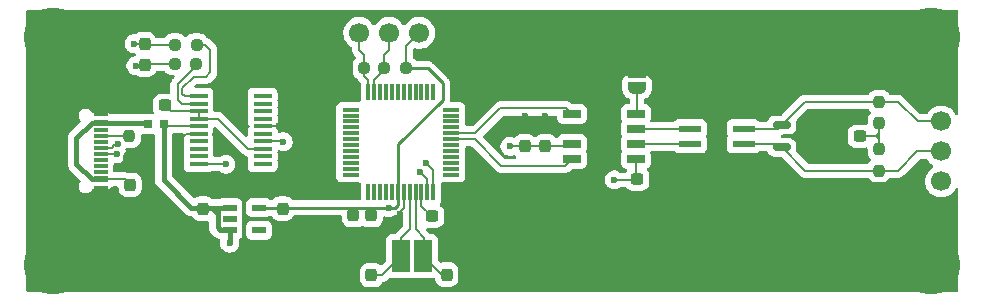
<source format=gbr>
%TF.GenerationSoftware,KiCad,Pcbnew,9.0.3*%
%TF.CreationDate,2025-11-24T21:16:14-05:00*%
%TF.ProjectId,RedPink_STM32C09_Board,52656450-696e-46b5-9f53-544d33324330,rev?*%
%TF.SameCoordinates,Original*%
%TF.FileFunction,Copper,L1,Top*%
%TF.FilePolarity,Positive*%
%FSLAX46Y46*%
G04 Gerber Fmt 4.6, Leading zero omitted, Abs format (unit mm)*
G04 Created by KiCad (PCBNEW 9.0.3) date 2025-11-24 21:16:14*
%MOMM*%
%LPD*%
G01*
G04 APERTURE LIST*
G04 Aperture macros list*
%AMRoundRect*
0 Rectangle with rounded corners*
0 $1 Rounding radius*
0 $2 $3 $4 $5 $6 $7 $8 $9 X,Y pos of 4 corners*
0 Add a 4 corners polygon primitive as box body*
4,1,4,$2,$3,$4,$5,$6,$7,$8,$9,$2,$3,0*
0 Add four circle primitives for the rounded corners*
1,1,$1+$1,$2,$3*
1,1,$1+$1,$4,$5*
1,1,$1+$1,$6,$7*
1,1,$1+$1,$8,$9*
0 Add four rect primitives between the rounded corners*
20,1,$1+$1,$2,$3,$4,$5,0*
20,1,$1+$1,$4,$5,$6,$7,0*
20,1,$1+$1,$6,$7,$8,$9,0*
20,1,$1+$1,$8,$9,$2,$3,0*%
%AMFreePoly0*
4,1,23,0.500000,-0.750000,0.000000,-0.750000,0.000000,-0.745722,-0.065263,-0.745722,-0.191342,-0.711940,-0.304381,-0.646677,-0.396677,-0.554381,-0.461940,-0.441342,-0.495722,-0.315263,-0.495722,-0.250000,-0.500000,-0.250000,-0.500000,0.250000,-0.495722,0.250000,-0.495722,0.315263,-0.461940,0.441342,-0.396677,0.554381,-0.304381,0.646677,-0.191342,0.711940,-0.065263,0.745722,0.000000,0.745722,
0.000000,0.750000,0.500000,0.750000,0.500000,-0.750000,0.500000,-0.750000,$1*%
%AMFreePoly1*
4,1,23,0.000000,0.745722,0.065263,0.745722,0.191342,0.711940,0.304381,0.646677,0.396677,0.554381,0.461940,0.441342,0.495722,0.315263,0.495722,0.250000,0.500000,0.250000,0.500000,-0.250000,0.495722,-0.250000,0.495722,-0.315263,0.461940,-0.441342,0.396677,-0.554381,0.304381,-0.646677,0.191342,-0.711940,0.065263,-0.745722,0.000000,-0.745722,0.000000,-0.750000,-0.500000,-0.750000,
-0.500000,0.750000,0.000000,0.750000,0.000000,0.745722,0.000000,0.745722,$1*%
G04 Aperture macros list end*
%TA.AperFunction,ComponentPad*%
%ADD10C,5.000000*%
%TD*%
%TA.AperFunction,SMDPad,CuDef*%
%ADD11RoundRect,0.237500X-0.237500X0.300000X-0.237500X-0.300000X0.237500X-0.300000X0.237500X0.300000X0*%
%TD*%
%TA.AperFunction,SMDPad,CuDef*%
%ADD12RoundRect,0.237500X-0.237500X0.250000X-0.237500X-0.250000X0.237500X-0.250000X0.237500X0.250000X0*%
%TD*%
%TA.AperFunction,SMDPad,CuDef*%
%ADD13R,1.850000X0.600000*%
%TD*%
%TA.AperFunction,SMDPad,CuDef*%
%ADD14RoundRect,0.237500X0.237500X-0.300000X0.237500X0.300000X-0.237500X0.300000X-0.237500X-0.300000X0*%
%TD*%
%TA.AperFunction,SMDPad,CuDef*%
%ADD15R,0.300000X1.475000*%
%TD*%
%TA.AperFunction,SMDPad,CuDef*%
%ADD16R,1.475000X0.300000*%
%TD*%
%TA.AperFunction,SMDPad,CuDef*%
%ADD17RoundRect,0.237500X-0.300000X-0.237500X0.300000X-0.237500X0.300000X0.237500X-0.300000X0.237500X0*%
%TD*%
%TA.AperFunction,SMDPad,CuDef*%
%ADD18FreePoly0,90.000000*%
%TD*%
%TA.AperFunction,SMDPad,CuDef*%
%ADD19FreePoly1,90.000000*%
%TD*%
%TA.AperFunction,SMDPad,CuDef*%
%ADD20RoundRect,0.237500X0.300000X0.237500X-0.300000X0.237500X-0.300000X-0.237500X0.300000X-0.237500X0*%
%TD*%
%TA.AperFunction,ComponentPad*%
%ADD21R,1.700000X1.700000*%
%TD*%
%TA.AperFunction,ComponentPad*%
%ADD22C,1.700000*%
%TD*%
%TA.AperFunction,SMDPad,CuDef*%
%ADD23RoundRect,0.237500X0.250000X0.237500X-0.250000X0.237500X-0.250000X-0.237500X0.250000X-0.237500X0*%
%TD*%
%TA.AperFunction,SMDPad,CuDef*%
%ADD24RoundRect,0.237500X0.237500X-0.250000X0.237500X0.250000X-0.237500X0.250000X-0.237500X-0.250000X0*%
%TD*%
%TA.AperFunction,SMDPad,CuDef*%
%ADD25RoundRect,0.237500X-0.250000X-0.237500X0.250000X-0.237500X0.250000X0.237500X-0.250000X0.237500X0*%
%TD*%
%TA.AperFunction,SMDPad,CuDef*%
%ADD26R,1.150000X0.600000*%
%TD*%
%TA.AperFunction,SMDPad,CuDef*%
%ADD27R,1.526000X0.435000*%
%TD*%
%TA.AperFunction,SMDPad,CuDef*%
%ADD28R,1.500000X2.700000*%
%TD*%
%TA.AperFunction,SMDPad,CuDef*%
%ADD29R,0.650000X0.700000*%
%TD*%
%TA.AperFunction,SMDPad,CuDef*%
%ADD30RoundRect,0.150000X-0.587500X-0.150000X0.587500X-0.150000X0.587500X0.150000X-0.587500X0.150000X0*%
%TD*%
%TA.AperFunction,SMDPad,CuDef*%
%ADD31R,1.150000X0.300000*%
%TD*%
%TA.AperFunction,SMDPad,CuDef*%
%ADD32R,1.250000X1.550000*%
%TD*%
%TA.AperFunction,SMDPad,CuDef*%
%ADD33R,1.500000X1.550000*%
%TD*%
%TA.AperFunction,SMDPad,CuDef*%
%ADD34R,1.500000X0.650000*%
%TD*%
%TA.AperFunction,ViaPad*%
%ADD35C,0.600000*%
%TD*%
%TA.AperFunction,Conductor*%
%ADD36C,0.200000*%
%TD*%
%TA.AperFunction,Conductor*%
%ADD37C,0.450000*%
%TD*%
%TA.AperFunction,Conductor*%
%ADD38C,0.250000*%
%TD*%
G04 APERTURE END LIST*
D10*
%TO.P,H4,1,1*%
%TO.N,VSS*%
X114575000Y-77175000D03*
%TD*%
D11*
%TO.P,C6,1*%
%TO.N,D-1*%
X122350000Y-60212500D03*
%TO.P,C6,2*%
%TO.N,VSS*%
X122350000Y-61937500D03*
%TD*%
%TO.P,C12,1*%
%TO.N,3V3*%
X141525000Y-72925000D03*
%TO.P,C12,2*%
%TO.N,VSS*%
X141525000Y-74650000D03*
%TD*%
D12*
%TO.P,R4,1*%
%TO.N,CANH*%
X184525000Y-63337500D03*
%TO.P,R4,2*%
%TO.N,Net-(C9-Pad1)*%
X184525000Y-65162500D03*
%TD*%
D13*
%TO.P,FL1,1,1*%
%TO.N,Net-(IC3-CANH)*%
X168500000Y-65615000D03*
%TO.P,FL1,2,2*%
%TO.N,Net-(IC3-CANL)*%
X168500000Y-66885000D03*
%TO.P,FL1,3,3*%
%TO.N,CANL*%
X173050000Y-66885000D03*
%TO.P,FL1,4,4*%
%TO.N,CANH*%
X173050000Y-65615000D03*
%TD*%
D11*
%TO.P,C3,1*%
%TO.N,3V3*%
X134025000Y-72387500D03*
%TO.P,C3,2*%
%TO.N,VSS*%
X134025000Y-74112500D03*
%TD*%
D14*
%TO.P,C14,1*%
%TO.N,VSS*%
X121100000Y-72087500D03*
%TO.P,C14,2*%
%TO.N,Net-(J1-VBUS_1)*%
X121100000Y-70362500D03*
%TD*%
D15*
%TO.P,IC1,1,PC13*%
%TO.N,unconnected-(IC1-PC13-Pad1)*%
X141275000Y-70988000D03*
%TO.P,IC1,2,PC14-OSCX_IN*%
%TO.N,unconnected-(IC1-PC14-OSCX_IN-Pad2)*%
X141775000Y-70988000D03*
%TO.P,IC1,3,PC15-OSCX_OUT*%
%TO.N,unconnected-(IC1-PC15-OSCX_OUT-Pad3)*%
X142275000Y-70988000D03*
%TO.P,IC1,4,PF3*%
%TO.N,unconnected-(IC1-PF3-Pad4)*%
X142775000Y-70988000D03*
%TO.P,IC1,5,VREF+*%
%TO.N,VREF*%
X143275000Y-70988000D03*
%TO.P,IC1,6,VDD/VDDA*%
%TO.N,3V3*%
X143775000Y-70988000D03*
%TO.P,IC1,7,VSS/VSSA*%
%TO.N,VSS*%
X144275000Y-70988000D03*
%TO.P,IC1,8,PF0-OSC_IN*%
%TO.N,OSC_IN*%
X144775000Y-70988000D03*
%TO.P,IC1,9,PF1-OSC_OUT*%
%TO.N,OSC_OUT*%
X145275000Y-70988000D03*
%TO.P,IC1,10,PF2-NRST*%
%TO.N,NRST*%
X145775000Y-70988000D03*
%TO.P,IC1,11,PA0*%
%TO.N,TXD*%
X146275000Y-70988000D03*
%TO.P,IC1,12,PA1*%
%TO.N,RXD*%
X146775000Y-70988000D03*
D16*
%TO.P,IC1,13,PA2*%
%TO.N,USART2_TX*%
X148263000Y-69500000D03*
%TO.P,IC1,14,PA3*%
%TO.N,USART2_RX*%
X148263000Y-69000000D03*
%TO.P,IC1,15,PA4*%
%TO.N,unconnected-(IC1-PA4-Pad15)*%
X148263000Y-68500000D03*
%TO.P,IC1,16,PA5*%
%TO.N,unconnected-(IC1-PA5-Pad16)*%
X148263000Y-68000000D03*
%TO.P,IC1,17,PA6*%
%TO.N,unconnected-(IC1-PA6-Pad17)*%
X148263000Y-67500000D03*
%TO.P,IC1,18,PA7*%
%TO.N,unconnected-(IC1-PA7-Pad18)*%
X148263000Y-67000000D03*
%TO.P,IC1,19,PB0*%
%TO.N,CANRX*%
X148263000Y-66500000D03*
%TO.P,IC1,20,PB1*%
%TO.N,CANTX*%
X148263000Y-66000000D03*
%TO.P,IC1,21,PB2*%
%TO.N,unconnected-(IC1-PB2-Pad21)*%
X148263000Y-65500000D03*
%TO.P,IC1,22,PB10*%
%TO.N,unconnected-(IC1-PB10-Pad22)*%
X148263000Y-65000000D03*
%TO.P,IC1,23,PB11*%
%TO.N,unconnected-(IC1-PB11-Pad23)*%
X148263000Y-64500000D03*
%TO.P,IC1,24,PB12*%
%TO.N,unconnected-(IC1-PB12-Pad24)*%
X148263000Y-64000000D03*
D15*
%TO.P,IC1,25,PB13*%
%TO.N,unconnected-(IC1-PB13-Pad25)*%
X146775000Y-62512000D03*
%TO.P,IC1,26,PB14*%
%TO.N,unconnected-(IC1-PB14-Pad26)*%
X146275000Y-62512000D03*
%TO.P,IC1,27,PB15*%
%TO.N,unconnected-(IC1-PB15-Pad27)*%
X145775000Y-62512000D03*
%TO.P,IC1,28,PA8*%
%TO.N,unconnected-(IC1-PA8-Pad28)*%
X145275000Y-62512000D03*
%TO.P,IC1,29,PA9*%
%TO.N,unconnected-(IC1-PA9-Pad29)*%
X144775000Y-62512000D03*
%TO.P,IC1,30,PC6*%
%TO.N,unconnected-(IC1-PC6-Pad30)*%
X144275000Y-62512000D03*
%TO.P,IC1,31,PC7*%
%TO.N,unconnected-(IC1-PC7-Pad31)*%
X143775000Y-62512000D03*
%TO.P,IC1,32,PA10*%
%TO.N,unconnected-(IC1-PA10-Pad32)*%
X143275000Y-62512000D03*
%TO.P,IC1,33,PA11_[PA9]*%
%TO.N,unconnected-(IC1-PA11_[PA9]-Pad33)*%
X142775000Y-62512000D03*
%TO.P,IC1,34,PA12_[PA10]*%
%TO.N,unconnected-(IC1-PA12_[PA10]-Pad34)*%
X142275000Y-62512000D03*
%TO.P,IC1,35,PA13*%
%TO.N,SWDIO*%
X141775000Y-62512000D03*
%TO.P,IC1,36,PA14-BOOT0*%
%TO.N,SWCLK*%
X141275000Y-62512000D03*
D16*
%TO.P,IC1,37,PA15*%
%TO.N,unconnected-(IC1-PA15-Pad37)*%
X139787000Y-64000000D03*
%TO.P,IC1,38,PD0*%
%TO.N,unconnected-(IC1-PD0-Pad38)*%
X139787000Y-64500000D03*
%TO.P,IC1,39,PD1*%
%TO.N,unconnected-(IC1-PD1-Pad39)*%
X139787000Y-65000000D03*
%TO.P,IC1,40,PD2*%
%TO.N,unconnected-(IC1-PD2-Pad40)*%
X139787000Y-65500000D03*
%TO.P,IC1,41,PD3*%
%TO.N,unconnected-(IC1-PD3-Pad41)*%
X139787000Y-66000000D03*
%TO.P,IC1,42,PB3*%
%TO.N,unconnected-(IC1-PB3-Pad42)*%
X139787000Y-66500000D03*
%TO.P,IC1,43,PB4*%
%TO.N,unconnected-(IC1-PB4-Pad43)*%
X139787000Y-67000000D03*
%TO.P,IC1,44,PB5*%
%TO.N,unconnected-(IC1-PB5-Pad44)*%
X139787000Y-67500000D03*
%TO.P,IC1,45,PB6*%
%TO.N,unconnected-(IC1-PB6-Pad45)*%
X139787000Y-68000000D03*
%TO.P,IC1,46,PB7*%
%TO.N,unconnected-(IC1-PB7-Pad46)*%
X139787000Y-68500000D03*
%TO.P,IC1,47,PB8*%
%TO.N,unconnected-(IC1-PB8-Pad47)*%
X139787000Y-69000000D03*
%TO.P,IC1,48,PB9*%
%TO.N,unconnected-(IC1-PB9-Pad48)*%
X139787000Y-69500000D03*
%TD*%
D14*
%TO.P,C10,1*%
%TO.N,OSC_IN*%
X141525000Y-78000000D03*
%TO.P,C10,2*%
%TO.N,VSS*%
X141525000Y-76275000D03*
%TD*%
D17*
%TO.P,C15,1*%
%TO.N,NRST*%
X146675000Y-73025000D03*
%TO.P,C15,2*%
%TO.N,VSS*%
X148400000Y-73025000D03*
%TD*%
D11*
%TO.P,C8,1*%
%TO.N,VSS*%
X156275000Y-65387500D03*
%TO.P,C8,2*%
%TO.N,5V*%
X156275000Y-67112500D03*
%TD*%
D18*
%TO.P,JP1,1,A*%
%TO.N,Net-(IC3-STBY)*%
X164025000Y-62150000D03*
D19*
%TO.P,JP1,2,B*%
%TO.N,VSS*%
X164025000Y-60850000D03*
%TD*%
D20*
%TO.P,C7,1*%
%TO.N,VSS*%
X165762500Y-69900000D03*
%TO.P,C7,2*%
%TO.N,3V3*%
X164037500Y-69900000D03*
%TD*%
D12*
%TO.P,R5,1*%
%TO.N,Net-(C9-Pad1)*%
X184525000Y-67337500D03*
%TO.P,R5,2*%
%TO.N,CANL*%
X184525000Y-69162500D03*
%TD*%
D14*
%TO.P,C11,1*%
%TO.N,OSC_OUT*%
X147925000Y-77962500D03*
%TO.P,C11,2*%
%TO.N,VSS*%
X147925000Y-76237500D03*
%TD*%
D21*
%TO.P,J2,1,Pin_1*%
%TO.N,VSS*%
X137965000Y-57500000D03*
D22*
%TO.P,J2,2,Pin_2*%
%TO.N,SWCLK*%
X140505000Y-57500000D03*
%TO.P,J2,3,Pin_3*%
%TO.N,SWDIO*%
X143045000Y-57500000D03*
%TO.P,J2,4,Pin_4*%
%TO.N,3V3*%
X145585000Y-57500000D03*
%TD*%
D11*
%TO.P,C2,1*%
%TO.N,5V*%
X127275000Y-72387500D03*
%TO.P,C2,2*%
%TO.N,VSS*%
X127275000Y-74112500D03*
%TD*%
D23*
%TO.P,R2,1*%
%TO.N,/USBDP*%
X126737500Y-58525000D03*
%TO.P,R2,2*%
%TO.N,D+1*%
X124912500Y-58525000D03*
%TD*%
D24*
%TO.P,R3,1*%
%TO.N,VSS*%
X121025000Y-68062500D03*
%TO.P,R3,2*%
%TO.N,Net-(J1-CC1)*%
X121025000Y-66237500D03*
%TD*%
D20*
%TO.P,C4,1*%
%TO.N,3V3_V1*%
X124062500Y-63625000D03*
%TO.P,C4,2*%
%TO.N,VSS*%
X122337500Y-63625000D03*
%TD*%
D10*
%TO.P,H3,1,1*%
%TO.N,VSS*%
X114575000Y-57825000D03*
%TD*%
%TO.P,H2,1,1*%
%TO.N,VSS*%
X188925000Y-77175000D03*
%TD*%
D25*
%TO.P,R6,1*%
%TO.N,SWDIO*%
X142612500Y-60500000D03*
%TO.P,R6,2*%
%TO.N,3V3*%
X144437500Y-60500000D03*
%TD*%
D26*
%TO.P,IC4,1,IN*%
%TO.N,5V*%
X129525000Y-72300000D03*
%TO.P,IC4,2,GND*%
%TO.N,unconnected-(IC4-GND-Pad2)*%
X129525000Y-73250000D03*
%TO.P,IC4,3,EN*%
%TO.N,5V*%
X129525000Y-74200000D03*
%TO.P,IC4,4,NC*%
%TO.N,unconnected-(IC4-NC-Pad4)*%
X132025000Y-74200000D03*
%TO.P,IC4,5,OUT*%
%TO.N,3V3*%
X132025000Y-72300000D03*
%TD*%
D21*
%TO.P,J3,1,Pin_1*%
%TO.N,VSS*%
X189775000Y-72620000D03*
D22*
%TO.P,J3,2,Pin_2*%
%TO.N,5V*%
X189775000Y-70080000D03*
%TO.P,J3,3,Pin_3*%
%TO.N,CANL*%
X189775000Y-67540000D03*
%TO.P,J3,4,Pin_4*%
%TO.N,CANH*%
X189775000Y-65000000D03*
%TD*%
D11*
%TO.P,C13,1*%
%TO.N,3V3*%
X140000000Y-72925000D03*
%TO.P,C13,2*%
%TO.N,VSS*%
X140000000Y-74650000D03*
%TD*%
D20*
%TO.P,C9,1*%
%TO.N,Net-(C9-Pad1)*%
X182887500Y-66250000D03*
%TO.P,C9,2*%
%TO.N,VSS*%
X181162500Y-66250000D03*
%TD*%
D27*
%TO.P,IC5,1,DTR#*%
%TO.N,DTR*%
X132325000Y-68580000D03*
%TO.P,IC5,2,RTS#*%
%TO.N,RTS*%
X132325000Y-67944000D03*
%TO.P,IC5,3,VCCIO*%
%TO.N,3V3_V1*%
X132325000Y-67310000D03*
%TO.P,IC5,4,RXD*%
%TO.N,RXD*%
X132325000Y-66674000D03*
%TO.P,IC5,5,RI#*%
%TO.N,RI*%
X132325000Y-66040000D03*
%TO.P,IC5,6,GND_1*%
%TO.N,VSS*%
X132325000Y-65404000D03*
%TO.P,IC5,7,DSR#*%
%TO.N,DSR*%
X132325000Y-64770000D03*
%TO.P,IC5,8,DCD#*%
%TO.N,DCD*%
X132325000Y-64134000D03*
%TO.P,IC5,9,CTS#*%
%TO.N,CTS*%
X132325000Y-63500000D03*
%TO.P,IC5,10,CBUS2*%
%TO.N,unconnected-(IC5-CBUS2-Pad10)*%
X132325000Y-62864000D03*
%TO.P,IC5,11,USBDP*%
%TO.N,/USBDP*%
X126901000Y-62864000D03*
%TO.P,IC5,12,USBDM*%
%TO.N,/USBDN*%
X126901000Y-63500000D03*
%TO.P,IC5,13,3V3OUT*%
%TO.N,3V3_V1*%
X126901000Y-64134000D03*
%TO.P,IC5,14,RESET#*%
X126901000Y-64770000D03*
%TO.P,IC5,15,VCC*%
%TO.N,5V*%
X126901000Y-65404000D03*
%TO.P,IC5,16,GND_2*%
%TO.N,VSS*%
X126901000Y-66040000D03*
%TO.P,IC5,17,CBUS1*%
%TO.N,unconnected-(IC5-CBUS1-Pad17)*%
X126901000Y-66674000D03*
%TO.P,IC5,18,CBUS0*%
%TO.N,CBUS0*%
X126901000Y-67310000D03*
%TO.P,IC5,19,CBUS3*%
%TO.N,CBUS3*%
X126901000Y-67944000D03*
%TO.P,IC5,20,TXD*%
%TO.N,TXD*%
X126901000Y-68580000D03*
%TD*%
D28*
%TO.P,Y1,1,1*%
%TO.N,OSC_IN*%
X144037500Y-76400000D03*
%TO.P,Y1,2,2*%
%TO.N,OSC_OUT*%
X145937500Y-76400000D03*
%TD*%
D29*
%TO.P,FB1,1,1*%
%TO.N,5V*%
X123950000Y-65250000D03*
%TO.P,FB1,2,2*%
%TO.N,Net-(J1-VBUS_1)*%
X122600000Y-65250000D03*
%TD*%
D30*
%TO.P,D1,1,K*%
%TO.N,CANH*%
X176275000Y-65300000D03*
%TO.P,D1,2,K*%
%TO.N,CANL*%
X176275000Y-67200000D03*
%TO.P,D1,3,A*%
%TO.N,VSS*%
X178150000Y-66250000D03*
%TD*%
D26*
%TO.P,J1,A1,GND_1*%
%TO.N,VSS*%
X118613000Y-64300000D03*
%TO.P,J1,A4,VBUS_1*%
%TO.N,Net-(J1-VBUS_1)*%
X118613000Y-65100000D03*
D31*
%TO.P,J1,A5,CC1*%
%TO.N,Net-(J1-CC1)*%
X118613000Y-66250000D03*
%TO.P,J1,A6,DP1*%
%TO.N,D+1*%
X118613000Y-67250000D03*
%TO.P,J1,A7,DN1*%
%TO.N,D-1*%
X118613000Y-67750000D03*
%TO.P,J1,A8,SBU1*%
%TO.N,unconnected-(J1-SBU1-PadA8)*%
X118613000Y-68750000D03*
D26*
%TO.P,J1,B1,GND_2*%
%TO.N,VSS*%
X118613000Y-70700000D03*
%TO.P,J1,B4,VBUS_2*%
%TO.N,Net-(J1-VBUS_1)*%
X118613000Y-69900000D03*
D31*
%TO.P,J1,B5,CC2*%
%TO.N,unconnected-(J1-CC2-PadB5)*%
X118613000Y-69250000D03*
%TO.P,J1,B6,DP2*%
%TO.N,unconnected-(J1-DP2-PadB6)*%
X118613000Y-68250000D03*
%TO.P,J1,B7,DN2*%
%TO.N,unconnected-(J1-DN2-PadB7)*%
X118613000Y-66750000D03*
%TO.P,J1,B8,SBU2*%
%TO.N,unconnected-(J1-SBU2-PadB8)*%
X118613000Y-65750000D03*
D32*
%TO.P,J1,G1,GND_3*%
%TO.N,VSS*%
X117963000Y-62405000D03*
%TO.P,J1,G2,GND_4*%
X117963000Y-72595000D03*
D33*
%TO.P,J1,G3,GND_5*%
X114038000Y-72595000D03*
%TO.P,J1,G4,GND_6*%
X114038000Y-62405000D03*
%TD*%
D11*
%TO.P,C1,1*%
%TO.N,VSS*%
X154525000Y-65387500D03*
%TO.P,C1,2*%
%TO.N,5V*%
X154525000Y-67112500D03*
%TD*%
D25*
%TO.P,R1,1*%
%TO.N,D-1*%
X124887500Y-60100000D03*
%TO.P,R1,2*%
%TO.N,/USBDN*%
X126712500Y-60100000D03*
%TD*%
D34*
%TO.P,IC3,1,TXD*%
%TO.N,CANTX*%
X158525000Y-64370000D03*
%TO.P,IC3,2,GND*%
%TO.N,VSS*%
X158525000Y-65640000D03*
%TO.P,IC3,3,VCC*%
%TO.N,5V*%
X158525000Y-66910000D03*
%TO.P,IC3,4,RXD*%
%TO.N,CANRX*%
X158525000Y-68180000D03*
%TO.P,IC3,5,VIO*%
%TO.N,3V3*%
X163925000Y-68180000D03*
%TO.P,IC3,6,CANL*%
%TO.N,Net-(IC3-CANL)*%
X163925000Y-66910000D03*
%TO.P,IC3,7,CANH*%
%TO.N,Net-(IC3-CANH)*%
X163925000Y-65640000D03*
%TO.P,IC3,8,STBY*%
%TO.N,Net-(IC3-STBY)*%
X163925000Y-64370000D03*
%TD*%
D14*
%TO.P,C5,1*%
%TO.N,D+1*%
X122325000Y-58437500D03*
%TO.P,C5,2*%
%TO.N,VSS*%
X122325000Y-56712500D03*
%TD*%
D25*
%TO.P,R7,1*%
%TO.N,VSS*%
X139112500Y-60500000D03*
%TO.P,R7,2*%
%TO.N,SWCLK*%
X140937500Y-60500000D03*
%TD*%
D10*
%TO.P,H1,1,1*%
%TO.N,VSS*%
X188925000Y-57825000D03*
%TD*%
D35*
%TO.N,VSS*%
X148756250Y-58175000D03*
X131706250Y-57475000D03*
X184856250Y-56725000D03*
X158737500Y-56725000D03*
X120318750Y-76375000D03*
X147925000Y-75325000D03*
X168656250Y-57450000D03*
X184106250Y-57450000D03*
X124162500Y-76375000D03*
X181800000Y-57450000D03*
X157218750Y-59000000D03*
X121087500Y-76375000D03*
X152600000Y-58175000D03*
X138431250Y-59818750D03*
X132475000Y-58200000D03*
X119568750Y-78650000D03*
X130168750Y-57475000D03*
X161043750Y-56725000D03*
X123400000Y-61925000D03*
X181800000Y-59000000D03*
X130168750Y-58200000D03*
X183337500Y-58175000D03*
X154137500Y-59000000D03*
X149525000Y-59000000D03*
X121106250Y-77100000D03*
X154118750Y-56725000D03*
X172500000Y-58175000D03*
X151831250Y-58175000D03*
X131687500Y-56750000D03*
X118800000Y-78650000D03*
X156450000Y-57450000D03*
X167100000Y-56725000D03*
X184106250Y-59000000D03*
X121025000Y-68950000D03*
X179775000Y-66250000D03*
X133225000Y-56750000D03*
X183337500Y-57450000D03*
X123393750Y-76375000D03*
X184087500Y-56725000D03*
X131706250Y-58200000D03*
X182568750Y-57450000D03*
X150293750Y-58175000D03*
X156450000Y-58175000D03*
X151043750Y-56725000D03*
X123200000Y-56700000D03*
X157218750Y-58175000D03*
X160293750Y-59000000D03*
X118031250Y-78650000D03*
X180243750Y-56725000D03*
X153350000Y-56725000D03*
X122643750Y-78650000D03*
X181800000Y-58175000D03*
X114050000Y-73725000D03*
X171712500Y-56725000D03*
X119568750Y-77825000D03*
X170193750Y-59000000D03*
X134012500Y-59025000D03*
X118031250Y-77825000D03*
X157987500Y-59000000D03*
X179493750Y-59000000D03*
X151831250Y-57450000D03*
X170943750Y-56725000D03*
X132456250Y-56750000D03*
X166706146Y-69880187D03*
X130937500Y-57475000D03*
X164025000Y-59500000D03*
X161062500Y-58175000D03*
X130918750Y-56750000D03*
X114050000Y-61000000D03*
X157987500Y-57450000D03*
X121875000Y-78650000D03*
X161812500Y-56725000D03*
X143925000Y-72825000D03*
X169425000Y-57450000D03*
X123412500Y-77100000D03*
X133243750Y-58200000D03*
X151062500Y-57450000D03*
X119500000Y-63750000D03*
X170175000Y-56725000D03*
X161831250Y-59000000D03*
X124181250Y-77100000D03*
X167118750Y-57450000D03*
X183337500Y-59000000D03*
X169425000Y-58175000D03*
X124181250Y-77825000D03*
X130937500Y-58200000D03*
X178725000Y-57450000D03*
X161831250Y-58175000D03*
X171731250Y-57450000D03*
X121856250Y-76375000D03*
X133993750Y-56750000D03*
X153368750Y-59000000D03*
X133675000Y-65400000D03*
X131706250Y-59025000D03*
X184875000Y-58175000D03*
X157987500Y-58175000D03*
X150293750Y-59000000D03*
X161062500Y-57450000D03*
X149506250Y-56725000D03*
X132475000Y-59025000D03*
X156431250Y-56725000D03*
X168656250Y-58175000D03*
X154525000Y-64500000D03*
X130150000Y-56750000D03*
X167118750Y-59000000D03*
X167868750Y-56725000D03*
X121106250Y-78650000D03*
X170962500Y-59000000D03*
X167887500Y-59000000D03*
X181781250Y-56725000D03*
X151812500Y-56725000D03*
X134012500Y-57475000D03*
X150293750Y-57450000D03*
X159525000Y-58175000D03*
X159506250Y-56725000D03*
X118781250Y-76375000D03*
X167887500Y-58175000D03*
X119650000Y-71475000D03*
X133243750Y-59025000D03*
X180262500Y-57450000D03*
X166350000Y-57450000D03*
X148756250Y-59000000D03*
X123412500Y-78650000D03*
X178706250Y-56725000D03*
X168656250Y-59000000D03*
X159525000Y-57450000D03*
X132475000Y-57475000D03*
X184106250Y-58175000D03*
X151831250Y-59000000D03*
X170962500Y-58175000D03*
X169406250Y-56725000D03*
X130168750Y-59025000D03*
X150275000Y-56725000D03*
X181012500Y-56725000D03*
X119568750Y-77100000D03*
X118000000Y-73775000D03*
X154906250Y-59000000D03*
X125312500Y-66562500D03*
X118800000Y-77825000D03*
X157218750Y-57450000D03*
X157200000Y-56725000D03*
X182568750Y-59000000D03*
X152600000Y-57450000D03*
X149525000Y-57450000D03*
X120337500Y-77100000D03*
X118031250Y-77100000D03*
X154137500Y-57450000D03*
X168637500Y-56725000D03*
X134025000Y-74975000D03*
X123412500Y-77825000D03*
X148737500Y-56725000D03*
X179493750Y-57450000D03*
X140725000Y-76250000D03*
X155681250Y-58175000D03*
X183318750Y-56725000D03*
X154137500Y-58175000D03*
X178725000Y-58175000D03*
X166350000Y-58175000D03*
X148400000Y-73800000D03*
X127275000Y-75175000D03*
X154906250Y-57450000D03*
X155681250Y-57450000D03*
X167118750Y-58175000D03*
X170962500Y-57450000D03*
X124181250Y-78650000D03*
X122643750Y-77825000D03*
X121106250Y-77825000D03*
X122643750Y-77100000D03*
X153368750Y-57450000D03*
X160293750Y-57450000D03*
X117975000Y-60925000D03*
X122625000Y-76375000D03*
X160293750Y-58175000D03*
X182568750Y-58175000D03*
X159525000Y-59000000D03*
X180262500Y-58175000D03*
X180262500Y-59000000D03*
X120337500Y-78650000D03*
X152600000Y-59000000D03*
X182550000Y-56725000D03*
X167887500Y-57450000D03*
X184875000Y-57450000D03*
X133243750Y-57475000D03*
X179475000Y-56725000D03*
X181031250Y-58175000D03*
X170193750Y-58175000D03*
X148756250Y-57450000D03*
X155681250Y-59000000D03*
X151062500Y-59000000D03*
X154906250Y-58175000D03*
X172500000Y-59000000D03*
X155662500Y-56725000D03*
X171731250Y-59000000D03*
X119550000Y-76375000D03*
X149525000Y-58175000D03*
X178725000Y-59000000D03*
X156275000Y-64500000D03*
X158756250Y-57450000D03*
X172500000Y-57450000D03*
X158756250Y-58175000D03*
X158756250Y-59000000D03*
X179493750Y-58175000D03*
X121875000Y-77100000D03*
X171731250Y-58175000D03*
X160275000Y-56725000D03*
X130937500Y-59025000D03*
X157968750Y-56725000D03*
X153368750Y-58175000D03*
X166350000Y-59000000D03*
X152581250Y-56725000D03*
X161062500Y-59000000D03*
X118012500Y-76375000D03*
X184875000Y-59000000D03*
X121875000Y-77825000D03*
X154887500Y-56725000D03*
X181031250Y-57450000D03*
X170193750Y-57450000D03*
X120337500Y-77825000D03*
X172481250Y-56725000D03*
X140000000Y-75550000D03*
X134012500Y-58200000D03*
X151062500Y-58175000D03*
X181031250Y-59000000D03*
X169425000Y-59000000D03*
X166331250Y-56725000D03*
X161831250Y-57450000D03*
X156450000Y-59000000D03*
X118800000Y-77100000D03*
%TO.N,5V*%
X153261510Y-67102518D03*
X129525000Y-75300000D03*
%TO.N,3V3*%
X143000000Y-72300000D03*
X162100000Y-69950000D03*
%TO.N,D+1*%
X120075000Y-66875000D03*
X121450000Y-58425000D03*
%TO.N,D-1*%
X119975000Y-67750000D03*
X121600000Y-60275000D03*
%TO.N,TXD*%
X129225000Y-68625000D03*
X145650000Y-69275000D03*
%TO.N,RXD*%
X146150000Y-68525000D03*
X134062500Y-66712500D03*
%TD*%
D36*
%TO.N,VSS*%
X140000000Y-75550000D02*
X140000000Y-74650000D01*
X114038000Y-61187000D02*
X114038000Y-62405000D01*
X156527500Y-65640000D02*
X156275000Y-65387500D01*
X114050000Y-61000000D02*
X114050000Y-61175000D01*
X122337500Y-61950000D02*
X122350000Y-61937500D01*
X117975000Y-60925000D02*
X117975000Y-61175000D01*
X147925000Y-76237500D02*
X147925000Y-75325000D01*
X118613000Y-64300000D02*
X118950000Y-64300000D01*
X117963000Y-73587000D02*
X117963000Y-72595000D01*
X127275000Y-74112500D02*
X127275000Y-75175000D01*
X118875000Y-70700000D02*
X119650000Y-71475000D01*
X179775000Y-66250000D02*
X181162500Y-66250000D01*
X141525000Y-76275000D02*
X140750000Y-76275000D01*
X122325000Y-56712500D02*
X123187500Y-56712500D01*
X134025000Y-74112500D02*
X134025000Y-74975000D01*
X158525000Y-65640000D02*
X156527500Y-65640000D01*
X156275000Y-64500000D02*
X156275000Y-65387500D01*
X132325000Y-65404000D02*
X133671000Y-65404000D01*
X126901000Y-66040000D02*
X125835000Y-66040000D01*
X123187500Y-56712500D02*
X123200000Y-56700000D01*
X117963000Y-61187000D02*
X117963000Y-62405000D01*
X144275000Y-72350000D02*
X143925000Y-72700000D01*
X120262500Y-72087500D02*
X121100000Y-72087500D01*
X122337500Y-63625000D02*
X122337500Y-61950000D01*
X118950000Y-64300000D02*
X119500000Y-63750000D01*
X164025000Y-60850000D02*
X164025000Y-59500000D01*
X137965000Y-59352500D02*
X138431250Y-59818750D01*
X114050000Y-61175000D02*
X114038000Y-61187000D01*
X114038000Y-72595000D02*
X114038000Y-73713000D01*
X121025000Y-68062500D02*
X121025000Y-68950000D01*
X117975000Y-61175000D02*
X117963000Y-61187000D01*
X125835000Y-66040000D02*
X125312500Y-66562500D01*
X140750000Y-76275000D02*
X140725000Y-76250000D01*
X165762500Y-69900000D02*
X166686333Y-69900000D01*
X137965000Y-57500000D02*
X137965000Y-59352500D01*
X178150000Y-66250000D02*
X179775000Y-66250000D01*
X138431250Y-59818750D02*
X139112500Y-60500000D01*
X118000000Y-73624000D02*
X117963000Y-73587000D01*
X125312500Y-66562500D02*
X125300000Y-66575000D01*
X119650000Y-71475000D02*
X120262500Y-72087500D01*
X122350000Y-61937500D02*
X123387500Y-61937500D01*
X144275000Y-70988000D02*
X144275000Y-72350000D01*
X140000000Y-74650000D02*
X141525000Y-74650000D01*
X148400000Y-73025000D02*
X148400000Y-73800000D01*
X133671000Y-65404000D02*
X133675000Y-65400000D01*
X123387500Y-61937500D02*
X123400000Y-61925000D01*
X114038000Y-73713000D02*
X114050000Y-73725000D01*
X143925000Y-72700000D02*
X143925000Y-72825000D01*
X118613000Y-70700000D02*
X118875000Y-70700000D01*
X154525000Y-64500000D02*
X154525000Y-65387500D01*
X118000000Y-73775000D02*
X118000000Y-73624000D01*
%TO.N,5V*%
X123950000Y-65250000D02*
X124104000Y-65404000D01*
D37*
X129525000Y-74200000D02*
X129525000Y-75300000D01*
X128748000Y-74200000D02*
X129525000Y-74200000D01*
D36*
X156275000Y-67112500D02*
X153271492Y-67112500D01*
X153271492Y-67112500D02*
X153261510Y-67102518D01*
D37*
X128748000Y-72300000D02*
X128524000Y-72524000D01*
X128025000Y-72300000D02*
X129525000Y-72300000D01*
X128475000Y-72750000D02*
X128025000Y-72300000D01*
X128524000Y-72750000D02*
X128524000Y-73976000D01*
D36*
X158525000Y-66910000D02*
X158322500Y-67112500D01*
D37*
X126275000Y-72300000D02*
X128025000Y-72300000D01*
X128524000Y-73976000D02*
X128748000Y-74200000D01*
D36*
X124104000Y-65404000D02*
X126901000Y-65404000D01*
D37*
X128524000Y-72750000D02*
X128475000Y-72750000D01*
X128524000Y-72524000D02*
X128524000Y-72750000D01*
X123950000Y-69975000D02*
X123950000Y-65250000D01*
D36*
X158322500Y-67112500D02*
X156275000Y-67112500D01*
D37*
X129525000Y-72300000D02*
X128748000Y-72300000D01*
X123950000Y-69975000D02*
X126275000Y-72300000D01*
D36*
%TO.N,3V3*%
X144437500Y-58647500D02*
X144437500Y-60500000D01*
D38*
X147575000Y-63148500D02*
X147575000Y-61772500D01*
X145475000Y-60500000D02*
X144437500Y-60500000D01*
D36*
X163925000Y-68180000D02*
X163925000Y-69936541D01*
X141525000Y-72925000D02*
X141525000Y-72350000D01*
X140000000Y-72375000D02*
X140075000Y-72300000D01*
X145585000Y-57500000D02*
X144437500Y-58647500D01*
X141525000Y-72350000D02*
X141475000Y-72300000D01*
X162106354Y-69956354D02*
X162100000Y-69950000D01*
D38*
X143775000Y-66948500D02*
X147575000Y-63148500D01*
X132025000Y-72300000D02*
X140075000Y-72300000D01*
X140075000Y-72300000D02*
X141475000Y-72300000D01*
X146302500Y-60500000D02*
X145475000Y-60500000D01*
X143775000Y-72075500D02*
X143775000Y-70988000D01*
X143550500Y-72300000D02*
X143775000Y-72075500D01*
X143000000Y-72300000D02*
X143550500Y-72300000D01*
D36*
X163925000Y-69936541D02*
X163905187Y-69956354D01*
X140000000Y-72925000D02*
X140000000Y-72375000D01*
D38*
X147575000Y-61772500D02*
X146302500Y-60500000D01*
D36*
X163905187Y-69956354D02*
X162106354Y-69956354D01*
D38*
X141475000Y-72300000D02*
X143000000Y-72300000D01*
X143775000Y-70988000D02*
X143775000Y-66948500D01*
D36*
%TO.N,3V3_V1*%
X124571500Y-64134000D02*
X126901000Y-64134000D01*
X131060000Y-67310000D02*
X132325000Y-67310000D01*
X128520000Y-64770000D02*
X131060000Y-67310000D01*
X124062500Y-63625000D02*
X124571500Y-64134000D01*
X126901000Y-64134000D02*
X126901000Y-64770000D01*
X126901000Y-64770000D02*
X128520000Y-64770000D01*
%TO.N,D+1*%
X122312500Y-58425000D02*
X122325000Y-58437500D01*
X122325000Y-58437500D02*
X122462500Y-58437500D01*
X119925000Y-66875000D02*
X120075000Y-66875000D01*
X121450000Y-58425000D02*
X122312500Y-58425000D01*
X118613000Y-67250000D02*
X119550000Y-67250000D01*
X119550000Y-67250000D02*
X119775000Y-67025000D01*
X122550000Y-58525000D02*
X124912500Y-58525000D01*
X122462500Y-58437500D02*
X122550000Y-58525000D01*
X119775000Y-67025000D02*
X119925000Y-66875000D01*
%TO.N,D-1*%
X122287500Y-60275000D02*
X122350000Y-60212500D01*
X122350000Y-60212500D02*
X122487500Y-60212500D01*
X121600000Y-60275000D02*
X122287500Y-60275000D01*
X122600000Y-60100000D02*
X124887500Y-60100000D01*
X122487500Y-60212500D02*
X122600000Y-60100000D01*
X118613000Y-67750000D02*
X119975000Y-67750000D01*
%TO.N,Net-(C9-Pad1)*%
X184282477Y-66250000D02*
X184532477Y-66250000D01*
X184282477Y-66250000D02*
X184532477Y-66500000D01*
X184532477Y-67177126D02*
X184554038Y-67198687D01*
X184282477Y-66250000D02*
X184532477Y-66000000D01*
X184532477Y-66000000D02*
X184532477Y-66250000D01*
X184532477Y-66250000D02*
X184532477Y-66500000D01*
X184282477Y-66250000D02*
X182887500Y-66250000D01*
X184532477Y-65169977D02*
X184532477Y-66000000D01*
X184532477Y-66500000D02*
X184532477Y-67177126D01*
X184525000Y-65162500D02*
X184532477Y-65169977D01*
%TO.N,OSC_IN*%
X144037500Y-76400000D02*
X144037500Y-74875000D01*
X144037500Y-74875000D02*
X144775000Y-74137500D01*
X144037500Y-76400000D02*
X142437500Y-78000000D01*
X142437500Y-78000000D02*
X141525000Y-78000000D01*
X143775000Y-76137500D02*
X144037500Y-76400000D01*
X144775000Y-74137500D02*
X144775000Y-70988000D01*
%TO.N,OSC_OUT*%
X146312500Y-76025000D02*
X145937500Y-76400000D01*
X147500000Y-77962500D02*
X147925000Y-77962500D01*
X146025000Y-74887500D02*
X145275000Y-74137500D01*
X146025000Y-76312500D02*
X146025000Y-74887500D01*
X145275000Y-74137500D02*
X145275000Y-70988000D01*
X145937500Y-76400000D02*
X146025000Y-76312500D01*
X145937500Y-76400000D02*
X147500000Y-77962500D01*
D37*
%TO.N,Net-(J1-VBUS_1)*%
X122450000Y-65100000D02*
X118613000Y-65100000D01*
D36*
X120637500Y-69900000D02*
X118613000Y-69900000D01*
D37*
X118613000Y-65100000D02*
X117870785Y-65100000D01*
X122600000Y-65250000D02*
X122450000Y-65100000D01*
X117870785Y-65100000D02*
X116537000Y-66433785D01*
X116537000Y-66433785D02*
X116537000Y-68566215D01*
X117870785Y-69900000D02*
X118613000Y-69900000D01*
X116537000Y-68566215D02*
X117870785Y-69900000D01*
D36*
X121100000Y-70362500D02*
X120637500Y-69900000D01*
%TO.N,NRST*%
X145775000Y-70988000D02*
X145775000Y-72125000D01*
X145775000Y-72125000D02*
X146675000Y-73025000D01*
%TO.N,CANL*%
X186112500Y-69162500D02*
X187735000Y-67540000D01*
X184525000Y-69162500D02*
X186112500Y-69162500D01*
X187735000Y-67540000D02*
X189775000Y-67540000D01*
X184525000Y-69162500D02*
X178237500Y-69162500D01*
X175960000Y-66885000D02*
X176275000Y-67200000D01*
X178237500Y-69162500D02*
X176275000Y-67200000D01*
X173050000Y-66885000D02*
X175960000Y-66885000D01*
%TO.N,CANH*%
X184525000Y-63337500D02*
X186112500Y-63337500D01*
X176276312Y-65301312D02*
X176275000Y-65300000D01*
X187775000Y-65000000D02*
X189775000Y-65000000D01*
X173050000Y-65615000D02*
X175960000Y-65615000D01*
X186112500Y-63337500D02*
X187775000Y-65000000D01*
X176275000Y-65300000D02*
X178237500Y-63337500D01*
X178237500Y-63337500D02*
X184525000Y-63337500D01*
X175960000Y-65615000D02*
X176275000Y-65300000D01*
%TO.N,TXD*%
X126901000Y-68580000D02*
X129180000Y-68580000D01*
X146275000Y-70988000D02*
X146275000Y-69900000D01*
X129180000Y-68580000D02*
X129225000Y-68625000D01*
X146275000Y-69900000D02*
X145650000Y-69275000D01*
%TO.N,SWDIO*%
X142612500Y-59412500D02*
X142612500Y-60500000D01*
X142612500Y-60662500D02*
X141775000Y-61500000D01*
X143045000Y-58980000D02*
X142612500Y-59412500D01*
X143045000Y-57500000D02*
X143045000Y-58980000D01*
X142612500Y-60500000D02*
X142612500Y-60662500D01*
X141775000Y-61500000D02*
X141775000Y-62512000D01*
%TO.N,SWCLK*%
X140505000Y-58980000D02*
X140937500Y-59412500D01*
X140937500Y-60500000D02*
X140937500Y-61162500D01*
X140937500Y-59412500D02*
X140937500Y-60500000D01*
X140937500Y-61162500D02*
X141275000Y-61500000D01*
X141275000Y-61500000D02*
X141275000Y-62512000D01*
X140505000Y-57500000D02*
X140505000Y-58980000D01*
%TO.N,CANTX*%
X150349500Y-66000000D02*
X148263000Y-66000000D01*
X158525000Y-64370000D02*
X158054000Y-63899000D01*
X158054000Y-63899000D02*
X152450500Y-63899000D01*
X152450500Y-63899000D02*
X150349500Y-66000000D01*
%TO.N,RXD*%
X146775000Y-69150000D02*
X146150000Y-68525000D01*
X146775000Y-70988000D02*
X146775000Y-69150000D01*
X132325000Y-66674000D02*
X134024000Y-66674000D01*
X134024000Y-66674000D02*
X134062500Y-66712500D01*
%TO.N,CANRX*%
X148263000Y-66500000D02*
X150275000Y-66500000D01*
X157955000Y-68750000D02*
X158525000Y-68180000D01*
X152525000Y-68750000D02*
X157955000Y-68750000D01*
X150275000Y-66500000D02*
X152525000Y-68750000D01*
%TO.N,Net-(IC3-STBY)*%
X164025000Y-62150000D02*
X164025000Y-64270000D01*
X164025000Y-64270000D02*
X163925000Y-64370000D01*
%TO.N,Net-(J1-CC1)*%
X118625500Y-66237500D02*
X118613000Y-66250000D01*
X121025000Y-66237500D02*
X118625500Y-66237500D01*
%TO.N,/USBDN*%
X126712500Y-60100000D02*
X126712500Y-60262500D01*
X125125000Y-63150000D02*
X125475000Y-63500000D01*
X125125000Y-61850000D02*
X125125000Y-63150000D01*
X126712500Y-60262500D02*
X125125000Y-61850000D01*
X125475000Y-63500000D02*
X126901000Y-63500000D01*
%TO.N,/USBDP*%
X126475000Y-61200000D02*
X125525000Y-62150000D01*
X127900000Y-60850000D02*
X127550000Y-61200000D01*
X125525000Y-62150000D02*
X125525000Y-62675000D01*
X127900000Y-58950000D02*
X127900000Y-60850000D01*
X125714000Y-62864000D02*
X126901000Y-62864000D01*
X125525000Y-62675000D02*
X125714000Y-62864000D01*
X127550000Y-61200000D02*
X126475000Y-61200000D01*
X126737500Y-58525000D02*
X127475000Y-58525000D01*
X127475000Y-58525000D02*
X127900000Y-58950000D01*
%TO.N,Net-(IC3-CANH)*%
X168475000Y-65640000D02*
X168500000Y-65615000D01*
X163925000Y-65640000D02*
X168475000Y-65640000D01*
%TO.N,Net-(IC3-CANL)*%
X163925000Y-66910000D02*
X168475000Y-66910000D01*
X168475000Y-66910000D02*
X168500000Y-66885000D01*
%TD*%
%TA.AperFunction,Conductor*%
%TO.N,VSS*%
G36*
X191167539Y-55570185D02*
G01*
X191213294Y-55622989D01*
X191224500Y-55674500D01*
X191224500Y-64353575D01*
X191204815Y-64420614D01*
X191152011Y-64466369D01*
X191082853Y-64476313D01*
X191019297Y-64447288D01*
X190990015Y-64409870D01*
X190980961Y-64392100D01*
X190930051Y-64292184D01*
X190909032Y-64263253D01*
X190805109Y-64120213D01*
X190654786Y-63969890D01*
X190482820Y-63844951D01*
X190293414Y-63748444D01*
X190293413Y-63748443D01*
X190293412Y-63748443D01*
X190091243Y-63682754D01*
X190091241Y-63682753D01*
X190091240Y-63682753D01*
X189929957Y-63657208D01*
X189881287Y-63649500D01*
X189668713Y-63649500D01*
X189620042Y-63657208D01*
X189458760Y-63682753D01*
X189256585Y-63748444D01*
X189067179Y-63844951D01*
X188895213Y-63969890D01*
X188744890Y-64120213D01*
X188619948Y-64292184D01*
X188619947Y-64292185D01*
X188599765Y-64331795D01*
X188551791Y-64382591D01*
X188489281Y-64399500D01*
X188075097Y-64399500D01*
X188008058Y-64379815D01*
X187987416Y-64363181D01*
X186600090Y-62975855D01*
X186600088Y-62975852D01*
X186481217Y-62856981D01*
X186481216Y-62856980D01*
X186390594Y-62804660D01*
X186390593Y-62804659D01*
X186344283Y-62777922D01*
X186288381Y-62762943D01*
X186191557Y-62736999D01*
X186033443Y-62736999D01*
X186025847Y-62736999D01*
X186025831Y-62737000D01*
X185482611Y-62737000D01*
X185415572Y-62717315D01*
X185377072Y-62678096D01*
X185345340Y-62626650D01*
X185223351Y-62504661D01*
X185223350Y-62504660D01*
X185076516Y-62414092D01*
X184912753Y-62359826D01*
X184912751Y-62359825D01*
X184811678Y-62349500D01*
X184238330Y-62349500D01*
X184238312Y-62349501D01*
X184137247Y-62359825D01*
X183973484Y-62414092D01*
X183973481Y-62414093D01*
X183826648Y-62504661D01*
X183704659Y-62626650D01*
X183672928Y-62678096D01*
X183620980Y-62724821D01*
X183567389Y-62737000D01*
X178158443Y-62737000D01*
X178005713Y-62777923D01*
X177959406Y-62804660D01*
X177959405Y-62804660D01*
X177868787Y-62856977D01*
X177868782Y-62856981D01*
X177756978Y-62968786D01*
X176262584Y-64463181D01*
X176201261Y-64496666D01*
X176174903Y-64499500D01*
X175621798Y-64499500D01*
X175584932Y-64502401D01*
X175584926Y-64502402D01*
X175427106Y-64548254D01*
X175427103Y-64548255D01*
X175285637Y-64631917D01*
X175285629Y-64631923D01*
X175169423Y-64748129D01*
X175169417Y-64748137D01*
X175089985Y-64882451D01*
X175085756Y-64889602D01*
X175075443Y-64925095D01*
X175037839Y-64983980D01*
X174974366Y-65013187D01*
X174956368Y-65014500D01*
X174437320Y-65014500D01*
X174370281Y-64994815D01*
X174338052Y-64964809D01*
X174332548Y-64957457D01*
X174332546Y-64957454D01*
X174289319Y-64925094D01*
X174217335Y-64871206D01*
X174217328Y-64871202D01*
X174082482Y-64820908D01*
X174082483Y-64820908D01*
X174022883Y-64814501D01*
X174022881Y-64814500D01*
X174022873Y-64814500D01*
X174022864Y-64814500D01*
X172077129Y-64814500D01*
X172077123Y-64814501D01*
X172017516Y-64820908D01*
X171882671Y-64871202D01*
X171882664Y-64871206D01*
X171767455Y-64957452D01*
X171767452Y-64957455D01*
X171681206Y-65072664D01*
X171681202Y-65072671D01*
X171634504Y-65197878D01*
X171630909Y-65207517D01*
X171624500Y-65267127D01*
X171624500Y-65267134D01*
X171624500Y-65267135D01*
X171624500Y-65962870D01*
X171624501Y-65962876D01*
X171630908Y-66022483D01*
X171681202Y-66157328D01*
X171681205Y-66157334D01*
X171694947Y-66175691D01*
X171719363Y-66241156D01*
X171704510Y-66309429D01*
X171694947Y-66324309D01*
X171681205Y-66342665D01*
X171681202Y-66342671D01*
X171630910Y-66477513D01*
X171630909Y-66477517D01*
X171624500Y-66537127D01*
X171624500Y-66537134D01*
X171624500Y-66537135D01*
X171624500Y-67232870D01*
X171624501Y-67232876D01*
X171630908Y-67292483D01*
X171681202Y-67427328D01*
X171681206Y-67427335D01*
X171767452Y-67542544D01*
X171767455Y-67542547D01*
X171882664Y-67628793D01*
X171882671Y-67628797D01*
X172017517Y-67679091D01*
X172017516Y-67679091D01*
X172024444Y-67679835D01*
X172077127Y-67685500D01*
X174022872Y-67685499D01*
X174082483Y-67679091D01*
X174217331Y-67628796D01*
X174332546Y-67542546D01*
X174338052Y-67535191D01*
X174393985Y-67493319D01*
X174437320Y-67485500D01*
X174956368Y-67485500D01*
X175023407Y-67505185D01*
X175069162Y-67557989D01*
X175075442Y-67574898D01*
X175085756Y-67610398D01*
X175130171Y-67685500D01*
X175169417Y-67751862D01*
X175169423Y-67751870D01*
X175285629Y-67868076D01*
X175285633Y-67868079D01*
X175285635Y-67868081D01*
X175427102Y-67951744D01*
X175434771Y-67953972D01*
X175584926Y-67997597D01*
X175584929Y-67997597D01*
X175584931Y-67997598D01*
X175621806Y-68000500D01*
X176174903Y-68000500D01*
X176241942Y-68020185D01*
X176262584Y-68036819D01*
X177752639Y-69526874D01*
X177752649Y-69526885D01*
X177756979Y-69531215D01*
X177756980Y-69531216D01*
X177868784Y-69643020D01*
X177947351Y-69688380D01*
X177996060Y-69716503D01*
X178005715Y-69722077D01*
X178158443Y-69763000D01*
X178316557Y-69763000D01*
X183567389Y-69763000D01*
X183634428Y-69782685D01*
X183672928Y-69821904D01*
X183704660Y-69873350D01*
X183826650Y-69995340D01*
X183973484Y-70085908D01*
X184137247Y-70140174D01*
X184238323Y-70150500D01*
X184811676Y-70150499D01*
X184811684Y-70150498D01*
X184811687Y-70150498D01*
X184867030Y-70144844D01*
X184912753Y-70140174D01*
X185076516Y-70085908D01*
X185223350Y-69995340D01*
X185345340Y-69873350D01*
X185377072Y-69821904D01*
X185429020Y-69775179D01*
X185482611Y-69763000D01*
X186025831Y-69763000D01*
X186025847Y-69763001D01*
X186033443Y-69763001D01*
X186191554Y-69763001D01*
X186191557Y-69763001D01*
X186344285Y-69722077D01*
X186402649Y-69688380D01*
X186481216Y-69643020D01*
X186593020Y-69531216D01*
X186593020Y-69531214D01*
X186603224Y-69521011D01*
X186603227Y-69521006D01*
X187947417Y-68176819D01*
X188008740Y-68143334D01*
X188035098Y-68140500D01*
X188489281Y-68140500D01*
X188556320Y-68160185D01*
X188599765Y-68208205D01*
X188619947Y-68247814D01*
X188619948Y-68247815D01*
X188744890Y-68419786D01*
X188895213Y-68570109D01*
X189067182Y-68695050D01*
X189075946Y-68699516D01*
X189126742Y-68747491D01*
X189143536Y-68815312D01*
X189120998Y-68881447D01*
X189075946Y-68920484D01*
X189067182Y-68924949D01*
X188895213Y-69049890D01*
X188744890Y-69200213D01*
X188619951Y-69372179D01*
X188523444Y-69561585D01*
X188457753Y-69763760D01*
X188448571Y-69821733D01*
X188424500Y-69973713D01*
X188424500Y-70186287D01*
X188430313Y-70222987D01*
X188445464Y-70318651D01*
X188457754Y-70396243D01*
X188523423Y-70598351D01*
X188523444Y-70598414D01*
X188619951Y-70787820D01*
X188744890Y-70959786D01*
X188895213Y-71110109D01*
X189067179Y-71235048D01*
X189067181Y-71235049D01*
X189067184Y-71235051D01*
X189256588Y-71331557D01*
X189458757Y-71397246D01*
X189668713Y-71430500D01*
X189668714Y-71430500D01*
X189881286Y-71430500D01*
X189881287Y-71430500D01*
X190091243Y-71397246D01*
X190293412Y-71331557D01*
X190482816Y-71235051D01*
X190504789Y-71219086D01*
X190654786Y-71110109D01*
X190654788Y-71110106D01*
X190654792Y-71110104D01*
X190805104Y-70959792D01*
X190805106Y-70959788D01*
X190805109Y-70959786D01*
X190930048Y-70787820D01*
X190930047Y-70787820D01*
X190930051Y-70787816D01*
X190990015Y-70670128D01*
X191037989Y-70619333D01*
X191105810Y-70602538D01*
X191171945Y-70625075D01*
X191215397Y-70679790D01*
X191224500Y-70726424D01*
X191224500Y-79325500D01*
X191204815Y-79392539D01*
X191152011Y-79438294D01*
X191100500Y-79449500D01*
X112449500Y-79449500D01*
X112382461Y-79429815D01*
X112336706Y-79377011D01*
X112325500Y-79325500D01*
X112325500Y-66362327D01*
X115811500Y-66362327D01*
X115811500Y-68637672D01*
X115837768Y-68769724D01*
X115837770Y-68769732D01*
X115839381Y-68777838D01*
X115894069Y-68909866D01*
X115973469Y-69028697D01*
X115973470Y-69028698D01*
X116896765Y-69951992D01*
X116930250Y-70013315D01*
X116925266Y-70083006D01*
X116896767Y-70127352D01*
X116877488Y-70146631D01*
X116877485Y-70146635D01*
X116801719Y-70277863D01*
X116787968Y-70329185D01*
X116762500Y-70424234D01*
X116762500Y-70575766D01*
X116774174Y-70619333D01*
X116801719Y-70722136D01*
X116839602Y-70787750D01*
X116877485Y-70853365D01*
X116984635Y-70960515D01*
X117115865Y-71036281D01*
X117262234Y-71075500D01*
X117262236Y-71075500D01*
X117413764Y-71075500D01*
X117413766Y-71075500D01*
X117560135Y-71036281D01*
X117691365Y-70960515D01*
X117798515Y-70853365D01*
X117852444Y-70759956D01*
X117903011Y-70711741D01*
X117971618Y-70698518D01*
X117972948Y-70698653D01*
X117990127Y-70700500D01*
X119235872Y-70700499D01*
X119295483Y-70694091D01*
X119430331Y-70643796D01*
X119545546Y-70557546D01*
X119551052Y-70550191D01*
X119606985Y-70508319D01*
X119650320Y-70500500D01*
X120000501Y-70500500D01*
X120067540Y-70520185D01*
X120113295Y-70572989D01*
X120124501Y-70624500D01*
X120124501Y-70711686D01*
X120134825Y-70812752D01*
X120155618Y-70875499D01*
X120189092Y-70976516D01*
X120279660Y-71123350D01*
X120401650Y-71245340D01*
X120548484Y-71335908D01*
X120712247Y-71390174D01*
X120813323Y-71400500D01*
X121386676Y-71400499D01*
X121386684Y-71400498D01*
X121386687Y-71400498D01*
X121442030Y-71394844D01*
X121487753Y-71390174D01*
X121651516Y-71335908D01*
X121798350Y-71245340D01*
X121920340Y-71123350D01*
X122010908Y-70976516D01*
X122065174Y-70812753D01*
X122075500Y-70711677D01*
X122075499Y-70013324D01*
X122065174Y-69912247D01*
X122010908Y-69748484D01*
X121920340Y-69601650D01*
X121798350Y-69479660D01*
X121651516Y-69389092D01*
X121487753Y-69334826D01*
X121487751Y-69334825D01*
X121386684Y-69324500D01*
X120826191Y-69324500D01*
X120794099Y-69320275D01*
X120716558Y-69299499D01*
X120716557Y-69299499D01*
X120558443Y-69299499D01*
X120550847Y-69299499D01*
X120550831Y-69299500D01*
X119812500Y-69299500D01*
X119805485Y-69297440D01*
X119798279Y-69298682D01*
X119772407Y-69287727D01*
X119745461Y-69279815D01*
X119740674Y-69274290D01*
X119733939Y-69271439D01*
X119718094Y-69248232D01*
X119699706Y-69227011D01*
X119697696Y-69218356D01*
X119694542Y-69213736D01*
X119690106Y-69185664D01*
X119688548Y-69178954D01*
X119688499Y-69177213D01*
X119688499Y-69052128D01*
X119683793Y-69008360D01*
X119683657Y-69003451D01*
X119684320Y-69000935D01*
X119684320Y-68986747D01*
X119688500Y-68947873D01*
X119688499Y-68660287D01*
X119708183Y-68593249D01*
X119760987Y-68547494D01*
X119830146Y-68537550D01*
X119836677Y-68538668D01*
X119876316Y-68546553D01*
X119896157Y-68550500D01*
X119896158Y-68550500D01*
X120053844Y-68550500D01*
X120053845Y-68550499D01*
X120208497Y-68519737D01*
X120354179Y-68459394D01*
X120485289Y-68371789D01*
X120596789Y-68260289D01*
X120684394Y-68129179D01*
X120686222Y-68124767D01*
X120706703Y-68075320D01*
X120744737Y-67983497D01*
X120775500Y-67828842D01*
X120775500Y-67671158D01*
X120775500Y-67671155D01*
X120775499Y-67671153D01*
X120764080Y-67613746D01*
X120744737Y-67516503D01*
X120718199Y-67452436D01*
X120717351Y-67444544D01*
X120713179Y-67437790D01*
X120713669Y-67410305D01*
X120710731Y-67382970D01*
X120714317Y-67374089D01*
X120714427Y-67367932D01*
X120729656Y-67336099D01*
X120766735Y-67280606D01*
X120820348Y-67235803D01*
X120869837Y-67225499D01*
X121311670Y-67225499D01*
X121311676Y-67225499D01*
X121412753Y-67215174D01*
X121576516Y-67160908D01*
X121723350Y-67070340D01*
X121845340Y-66948350D01*
X121935908Y-66801516D01*
X121990174Y-66637753D01*
X122000500Y-66536677D01*
X122000499Y-66210388D01*
X122020183Y-66143351D01*
X122072987Y-66097596D01*
X122142146Y-66087652D01*
X122165534Y-66093622D01*
X122167508Y-66094089D01*
X122167513Y-66094089D01*
X122167517Y-66094091D01*
X122227127Y-66100500D01*
X122972872Y-66100499D01*
X123032483Y-66094091D01*
X123057165Y-66084884D01*
X123126856Y-66079899D01*
X123188180Y-66113384D01*
X123221666Y-66174706D01*
X123224500Y-66201066D01*
X123224500Y-70046455D01*
X123224500Y-70046457D01*
X123224499Y-70046457D01*
X123245196Y-70150499D01*
X123245196Y-70150500D01*
X123252379Y-70186613D01*
X123252381Y-70186620D01*
X123307070Y-70318651D01*
X123386469Y-70437482D01*
X125812515Y-72863528D01*
X125812522Y-72863534D01*
X125931344Y-72942928D01*
X125966631Y-72957544D01*
X126063380Y-72997619D01*
X126063384Y-72997619D01*
X126063385Y-72997620D01*
X126203542Y-73025500D01*
X126203545Y-73025500D01*
X126309679Y-73025500D01*
X126376718Y-73045185D01*
X126415216Y-73084402D01*
X126454660Y-73148350D01*
X126576650Y-73270340D01*
X126723484Y-73360908D01*
X126887247Y-73415174D01*
X126988323Y-73425500D01*
X127561676Y-73425499D01*
X127661899Y-73415261D01*
X127730591Y-73428031D01*
X127781476Y-73475911D01*
X127798500Y-73538619D01*
X127798500Y-74047455D01*
X127798500Y-74047457D01*
X127798499Y-74047457D01*
X127814630Y-74128545D01*
X127814630Y-74128546D01*
X127826379Y-74187612D01*
X127826381Y-74187620D01*
X127881070Y-74319651D01*
X127960469Y-74438482D01*
X128285517Y-74763530D01*
X128352736Y-74808444D01*
X128404340Y-74842925D01*
X128404346Y-74842928D01*
X128404347Y-74842929D01*
X128536380Y-74897619D01*
X128657629Y-74921737D01*
X128719540Y-74954121D01*
X128754114Y-75014837D01*
X128755055Y-75067545D01*
X128724500Y-75221153D01*
X128724500Y-75378846D01*
X128755261Y-75533489D01*
X128755264Y-75533501D01*
X128815602Y-75679172D01*
X128815609Y-75679185D01*
X128903210Y-75810288D01*
X128903213Y-75810292D01*
X129014707Y-75921786D01*
X129014711Y-75921789D01*
X129145814Y-76009390D01*
X129145827Y-76009397D01*
X129291498Y-76069735D01*
X129291503Y-76069737D01*
X129446153Y-76100499D01*
X129446156Y-76100500D01*
X129446158Y-76100500D01*
X129603844Y-76100500D01*
X129603845Y-76100499D01*
X129758497Y-76069737D01*
X129904179Y-76009394D01*
X130035289Y-75921789D01*
X130146789Y-75810289D01*
X130234394Y-75679179D01*
X130294737Y-75533497D01*
X130325500Y-75378842D01*
X130325500Y-75221158D01*
X130325500Y-75221155D01*
X130294904Y-75067344D01*
X130301131Y-74997752D01*
X130342210Y-74943885D01*
X130342326Y-74943797D01*
X130342331Y-74943796D01*
X130457546Y-74857546D01*
X130543796Y-74742331D01*
X130594091Y-74607483D01*
X130600500Y-74547873D01*
X130600499Y-73852128D01*
X130600499Y-73852127D01*
X130949500Y-73852127D01*
X130949500Y-73852134D01*
X130949500Y-73852135D01*
X130949500Y-74547870D01*
X130949501Y-74547876D01*
X130955908Y-74607483D01*
X131006202Y-74742328D01*
X131006206Y-74742335D01*
X131092452Y-74857544D01*
X131092455Y-74857547D01*
X131207664Y-74943793D01*
X131207671Y-74943797D01*
X131342517Y-74994091D01*
X131342516Y-74994091D01*
X131349444Y-74994835D01*
X131402127Y-75000500D01*
X132647872Y-75000499D01*
X132707483Y-74994091D01*
X132842331Y-74943796D01*
X132957546Y-74857546D01*
X133043796Y-74742331D01*
X133094091Y-74607483D01*
X133100500Y-74547873D01*
X133100499Y-73852128D01*
X133094091Y-73792517D01*
X133068293Y-73723350D01*
X133043797Y-73657671D01*
X133043793Y-73657664D01*
X132957547Y-73542455D01*
X132957544Y-73542452D01*
X132842335Y-73456206D01*
X132842328Y-73456202D01*
X132707482Y-73405908D01*
X132707483Y-73405908D01*
X132647883Y-73399501D01*
X132647881Y-73399500D01*
X132647873Y-73399500D01*
X132647864Y-73399500D01*
X131402129Y-73399500D01*
X131402123Y-73399501D01*
X131342516Y-73405908D01*
X131207671Y-73456202D01*
X131207664Y-73456206D01*
X131092455Y-73542452D01*
X131092452Y-73542455D01*
X131006206Y-73657664D01*
X131006202Y-73657671D01*
X130956854Y-73789983D01*
X130955909Y-73792517D01*
X130949500Y-73852127D01*
X130600499Y-73852127D01*
X130594091Y-73792517D01*
X130585070Y-73768333D01*
X130580085Y-73698644D01*
X130585066Y-73681677D01*
X130594091Y-73657483D01*
X130600500Y-73597873D01*
X130600499Y-72902128D01*
X130594091Y-72842517D01*
X130585070Y-72818333D01*
X130580085Y-72748644D01*
X130585066Y-72731677D01*
X130594091Y-72707483D01*
X130600500Y-72647873D01*
X130600499Y-71952128D01*
X130600499Y-71952127D01*
X130949500Y-71952127D01*
X130949500Y-71952134D01*
X130949500Y-71952135D01*
X130949500Y-72647870D01*
X130949501Y-72647876D01*
X130955908Y-72707483D01*
X131006202Y-72842328D01*
X131006206Y-72842335D01*
X131092452Y-72957544D01*
X131092455Y-72957547D01*
X131207664Y-73043793D01*
X131207671Y-73043797D01*
X131342517Y-73094091D01*
X131342516Y-73094091D01*
X131349444Y-73094835D01*
X131402127Y-73100500D01*
X132647872Y-73100499D01*
X132707483Y-73094091D01*
X132842331Y-73043796D01*
X132937470Y-72972574D01*
X133002931Y-72948158D01*
X133071204Y-72963009D01*
X133117316Y-73006743D01*
X133204660Y-73148350D01*
X133326650Y-73270340D01*
X133473484Y-73360908D01*
X133637247Y-73415174D01*
X133738323Y-73425500D01*
X134311676Y-73425499D01*
X134311684Y-73425498D01*
X134311687Y-73425498D01*
X134367030Y-73419844D01*
X134412753Y-73415174D01*
X134576516Y-73360908D01*
X134723350Y-73270340D01*
X134845340Y-73148350D01*
X134935908Y-73001516D01*
X134935910Y-73001509D01*
X134937967Y-72997100D01*
X134984137Y-72944659D01*
X135050351Y-72925500D01*
X138900501Y-72925500D01*
X138967540Y-72945185D01*
X139013295Y-72997989D01*
X139024501Y-73049500D01*
X139024501Y-73274186D01*
X139034825Y-73375252D01*
X139061651Y-73456206D01*
X139088960Y-73538619D01*
X139089092Y-73539015D01*
X139089093Y-73539018D01*
X139091213Y-73542455D01*
X139179660Y-73685850D01*
X139301650Y-73807840D01*
X139448484Y-73898408D01*
X139612247Y-73952674D01*
X139713323Y-73963000D01*
X140286676Y-73962999D01*
X140286684Y-73962998D01*
X140286687Y-73962998D01*
X140342030Y-73957344D01*
X140387753Y-73952674D01*
X140551516Y-73898408D01*
X140697403Y-73808423D01*
X140764795Y-73789983D01*
X140827597Y-73808424D01*
X140973475Y-73898403D01*
X140973478Y-73898404D01*
X140973484Y-73898408D01*
X141137247Y-73952674D01*
X141238323Y-73963000D01*
X141811676Y-73962999D01*
X141811684Y-73962998D01*
X141811687Y-73962998D01*
X141867030Y-73957344D01*
X141912753Y-73952674D01*
X142076516Y-73898408D01*
X142223350Y-73807840D01*
X142345340Y-73685850D01*
X142435908Y-73539016D01*
X142490174Y-73375253D01*
X142500500Y-73274177D01*
X142500499Y-73145132D01*
X142520183Y-73078095D01*
X142572987Y-73032340D01*
X142642145Y-73022396D01*
X142671951Y-73030573D01*
X142717646Y-73049500D01*
X142766503Y-73069737D01*
X142888938Y-73094091D01*
X142921153Y-73100499D01*
X142921156Y-73100500D01*
X142921158Y-73100500D01*
X143078844Y-73100500D01*
X143078845Y-73100499D01*
X143233497Y-73069737D01*
X143379179Y-73009394D01*
X143473459Y-72946398D01*
X143486710Y-72941606D01*
X143495158Y-72934831D01*
X143517874Y-72930339D01*
X143529376Y-72926181D01*
X143535849Y-72925500D01*
X143612107Y-72925500D01*
X143692159Y-72909577D01*
X143697732Y-72908468D01*
X143697736Y-72908468D01*
X143732942Y-72901465D01*
X143732942Y-72901464D01*
X143732952Y-72901463D01*
X143766292Y-72887652D01*
X143846786Y-72854312D01*
X143912669Y-72810289D01*
X143949233Y-72785858D01*
X143968353Y-72766737D01*
X143974534Y-72761947D01*
X144000069Y-72751931D01*
X144024139Y-72738788D01*
X144032124Y-72739358D01*
X144039579Y-72736435D01*
X144066472Y-72741814D01*
X144093830Y-72743770D01*
X144100240Y-72748568D01*
X144108092Y-72750139D01*
X144127809Y-72769205D01*
X144149765Y-72785640D01*
X144152563Y-72793141D01*
X144158320Y-72798708D01*
X144164598Y-72825406D01*
X144174184Y-72851103D01*
X144174500Y-72859953D01*
X144174500Y-73837402D01*
X144154815Y-73904441D01*
X144138181Y-73925083D01*
X143668786Y-74394478D01*
X143668784Y-74394480D01*
X143556980Y-74506284D01*
X143551233Y-74512031D01*
X143548996Y-74509794D01*
X143504565Y-74542208D01*
X143462669Y-74549500D01*
X143239630Y-74549500D01*
X143239623Y-74549501D01*
X143180016Y-74555908D01*
X143045171Y-74606202D01*
X143045164Y-74606206D01*
X142929955Y-74692452D01*
X142929952Y-74692455D01*
X142843706Y-74807664D01*
X142843702Y-74807671D01*
X142793408Y-74942517D01*
X142787864Y-74994091D01*
X142787001Y-75002123D01*
X142787000Y-75002135D01*
X142787000Y-76749901D01*
X142767315Y-76816940D01*
X142750681Y-76837582D01*
X142434908Y-77153355D01*
X142373585Y-77186840D01*
X142303893Y-77181856D01*
X142259547Y-77153356D01*
X142223351Y-77117161D01*
X142223350Y-77117160D01*
X142076516Y-77026592D01*
X141912753Y-76972326D01*
X141912751Y-76972325D01*
X141811678Y-76962000D01*
X141238330Y-76962000D01*
X141238312Y-76962001D01*
X141137247Y-76972325D01*
X140973484Y-77026592D01*
X140973481Y-77026593D01*
X140826648Y-77117161D01*
X140704661Y-77239148D01*
X140614093Y-77385981D01*
X140614092Y-77385984D01*
X140559826Y-77549747D01*
X140559826Y-77549748D01*
X140559825Y-77549748D01*
X140549500Y-77650815D01*
X140549500Y-78349169D01*
X140549501Y-78349187D01*
X140559825Y-78450252D01*
X140586463Y-78530639D01*
X140614092Y-78614016D01*
X140704660Y-78760850D01*
X140826650Y-78882840D01*
X140973484Y-78973408D01*
X141137247Y-79027674D01*
X141238323Y-79038000D01*
X141811676Y-79037999D01*
X141811684Y-79037998D01*
X141811687Y-79037998D01*
X141867030Y-79032344D01*
X141912753Y-79027674D01*
X142076516Y-78973408D01*
X142223350Y-78882840D01*
X142345340Y-78760850D01*
X142407912Y-78659403D01*
X142459860Y-78612680D01*
X142508505Y-78601624D01*
X142508497Y-78601562D01*
X142509175Y-78601472D01*
X142513451Y-78600501D01*
X142516554Y-78600501D01*
X142516557Y-78600501D01*
X142669285Y-78559577D01*
X142719404Y-78530639D01*
X142806216Y-78480520D01*
X142918020Y-78368716D01*
X142918020Y-78368714D01*
X142928228Y-78358507D01*
X142928230Y-78358504D01*
X143023614Y-78263119D01*
X143084935Y-78229636D01*
X143154623Y-78234619D01*
X143180017Y-78244091D01*
X143239627Y-78250500D01*
X144835372Y-78250499D01*
X144894983Y-78244091D01*
X144944165Y-78225746D01*
X145013855Y-78220761D01*
X145030833Y-78225747D01*
X145080008Y-78244088D01*
X145080011Y-78244088D01*
X145080017Y-78244091D01*
X145139627Y-78250500D01*
X146735372Y-78250499D01*
X146794983Y-78244091D01*
X146794986Y-78244089D01*
X146801598Y-78242528D01*
X146871368Y-78246265D01*
X146928041Y-78287129D01*
X146953477Y-78350601D01*
X146959826Y-78412753D01*
X147014092Y-78576515D01*
X147014093Y-78576518D01*
X147029579Y-78601624D01*
X147104660Y-78723350D01*
X147226650Y-78845340D01*
X147373484Y-78935908D01*
X147537247Y-78990174D01*
X147638323Y-79000500D01*
X148211676Y-79000499D01*
X148211684Y-79000498D01*
X148211687Y-79000498D01*
X148267030Y-78994844D01*
X148312753Y-78990174D01*
X148476516Y-78935908D01*
X148623350Y-78845340D01*
X148745340Y-78723350D01*
X148835908Y-78576516D01*
X148890174Y-78412753D01*
X148900500Y-78311677D01*
X148900499Y-77613324D01*
X148890174Y-77512247D01*
X148835908Y-77348484D01*
X148745340Y-77201650D01*
X148623350Y-77079660D01*
X148476516Y-76989092D01*
X148312753Y-76934826D01*
X148312751Y-76934825D01*
X148211678Y-76924500D01*
X147638330Y-76924500D01*
X147638312Y-76924501D01*
X147537247Y-76934825D01*
X147537240Y-76934827D01*
X147447844Y-76964450D01*
X147432278Y-76964985D01*
X147417686Y-76970428D01*
X147398072Y-76966161D01*
X147378016Y-76966851D01*
X147363692Y-76958682D01*
X147349414Y-76955576D01*
X147321165Y-76934430D01*
X147224316Y-76837581D01*
X147190833Y-76776258D01*
X147187999Y-76749901D01*
X147187999Y-75002129D01*
X147187998Y-75002123D01*
X147187997Y-75002116D01*
X147181729Y-74943797D01*
X147181591Y-74942516D01*
X147131297Y-74807671D01*
X147131293Y-74807664D01*
X147045047Y-74692455D01*
X147045044Y-74692452D01*
X146929835Y-74606206D01*
X146929828Y-74606202D01*
X146794982Y-74555908D01*
X146794983Y-74555908D01*
X146735383Y-74549501D01*
X146735381Y-74549500D01*
X146735373Y-74549500D01*
X146735365Y-74549500D01*
X146587599Y-74549500D01*
X146558162Y-74540856D01*
X146528173Y-74534333D01*
X146523156Y-74530577D01*
X146520560Y-74529815D01*
X146499919Y-74513182D01*
X146425216Y-74438480D01*
X146393716Y-74406980D01*
X146393713Y-74406978D01*
X146195171Y-74208436D01*
X146161686Y-74147113D01*
X146166670Y-74077421D01*
X146208542Y-74021488D01*
X146274006Y-73997071D01*
X146295447Y-73997396D01*
X146325823Y-74000500D01*
X147024176Y-74000499D01*
X147024184Y-74000498D01*
X147024187Y-74000498D01*
X147079530Y-73994844D01*
X147125253Y-73990174D01*
X147289016Y-73935908D01*
X147435850Y-73845340D01*
X147557840Y-73723350D01*
X147648408Y-73576516D01*
X147702674Y-73412753D01*
X147713000Y-73311677D01*
X147712999Y-72738324D01*
X147708954Y-72698729D01*
X147702674Y-72637247D01*
X147677527Y-72561360D01*
X147648408Y-72473484D01*
X147557840Y-72326650D01*
X147435850Y-72204660D01*
X147435846Y-72204657D01*
X147384172Y-72172784D01*
X147337447Y-72120836D01*
X147326226Y-72051874D01*
X147350003Y-71992934D01*
X147368796Y-71967831D01*
X147419091Y-71832983D01*
X147425500Y-71773373D01*
X147425499Y-70274498D01*
X147445184Y-70207460D01*
X147497987Y-70161705D01*
X147549494Y-70150499D01*
X149048372Y-70150499D01*
X149107983Y-70144091D01*
X149242831Y-70093796D01*
X149358046Y-70007546D01*
X149444296Y-69892331D01*
X149448237Y-69881763D01*
X149452194Y-69871153D01*
X161299500Y-69871153D01*
X161299500Y-70028846D01*
X161330261Y-70183489D01*
X161330264Y-70183501D01*
X161390602Y-70329172D01*
X161390609Y-70329185D01*
X161478210Y-70460288D01*
X161478213Y-70460292D01*
X161589707Y-70571786D01*
X161589711Y-70571789D01*
X161720814Y-70659390D01*
X161720827Y-70659397D01*
X161866498Y-70719735D01*
X161866503Y-70719737D01*
X162021153Y-70750499D01*
X162021156Y-70750500D01*
X162021158Y-70750500D01*
X162178844Y-70750500D01*
X162178845Y-70750499D01*
X162333497Y-70719737D01*
X162479179Y-70659394D01*
X162531402Y-70624500D01*
X162601365Y-70577752D01*
X162668042Y-70556874D01*
X162670256Y-70556854D01*
X163061817Y-70556854D01*
X163128856Y-70576539D01*
X163148443Y-70594352D01*
X163149553Y-70593243D01*
X163154660Y-70598350D01*
X163276650Y-70720340D01*
X163423484Y-70810908D01*
X163587247Y-70865174D01*
X163688323Y-70875500D01*
X164386676Y-70875499D01*
X164386684Y-70875498D01*
X164386687Y-70875498D01*
X164442030Y-70869844D01*
X164487753Y-70865174D01*
X164651516Y-70810908D01*
X164798350Y-70720340D01*
X164920340Y-70598350D01*
X165010908Y-70451516D01*
X165065174Y-70287753D01*
X165075500Y-70186677D01*
X165075499Y-69613324D01*
X165065174Y-69512247D01*
X165010908Y-69348484D01*
X164920340Y-69201650D01*
X164871793Y-69153103D01*
X164838308Y-69091780D01*
X164843292Y-69022088D01*
X164885164Y-68966155D01*
X164916144Y-68949239D01*
X164917328Y-68948797D01*
X164917327Y-68948797D01*
X164917331Y-68948796D01*
X165032546Y-68862546D01*
X165118796Y-68747331D01*
X165169091Y-68612483D01*
X165175500Y-68552873D01*
X165175499Y-67807128D01*
X165169091Y-67747517D01*
X165169090Y-67747513D01*
X165143101Y-67677833D01*
X165138117Y-67608141D01*
X165171602Y-67546818D01*
X165232926Y-67513334D01*
X165259283Y-67510500D01*
X167134046Y-67510500D01*
X167201085Y-67530185D01*
X167210157Y-67537495D01*
X167210355Y-67537232D01*
X167332664Y-67628793D01*
X167332671Y-67628797D01*
X167467517Y-67679091D01*
X167467516Y-67679091D01*
X167474444Y-67679835D01*
X167527127Y-67685500D01*
X169472872Y-67685499D01*
X169532483Y-67679091D01*
X169667331Y-67628796D01*
X169782546Y-67542546D01*
X169868796Y-67427331D01*
X169919091Y-67292483D01*
X169925500Y-67232873D01*
X169925499Y-66537128D01*
X169919922Y-66485248D01*
X169919091Y-66477516D01*
X169868797Y-66342670D01*
X169868796Y-66342669D01*
X169861798Y-66333321D01*
X169855053Y-66324311D01*
X169830635Y-66258850D01*
X169845485Y-66190576D01*
X169855050Y-66175691D01*
X169868796Y-66157331D01*
X169869647Y-66155051D01*
X169885813Y-66111706D01*
X169919091Y-66022483D01*
X169925500Y-65962873D01*
X169925499Y-65267128D01*
X169919091Y-65207517D01*
X169915492Y-65197868D01*
X169868797Y-65072671D01*
X169868793Y-65072664D01*
X169782547Y-64957455D01*
X169782544Y-64957452D01*
X169667335Y-64871206D01*
X169667328Y-64871202D01*
X169532482Y-64820908D01*
X169532483Y-64820908D01*
X169472883Y-64814501D01*
X169472881Y-64814500D01*
X169472873Y-64814500D01*
X169472864Y-64814500D01*
X167527129Y-64814500D01*
X167527123Y-64814501D01*
X167467516Y-64820908D01*
X167332671Y-64871202D01*
X167332664Y-64871206D01*
X167217457Y-64957451D01*
X167217449Y-64957458D01*
X167193232Y-64989810D01*
X167137299Y-65031682D01*
X167093965Y-65039500D01*
X165259283Y-65039500D01*
X165192244Y-65019815D01*
X165146489Y-64967011D01*
X165136545Y-64897853D01*
X165143101Y-64872167D01*
X165151552Y-64849506D01*
X165169091Y-64802483D01*
X165175500Y-64742873D01*
X165175499Y-63997128D01*
X165169678Y-63942979D01*
X165169091Y-63937516D01*
X165118797Y-63802671D01*
X165118793Y-63802664D01*
X165032547Y-63687455D01*
X165032544Y-63687452D01*
X164917335Y-63601206D01*
X164917328Y-63601202D01*
X164782483Y-63550908D01*
X164736243Y-63545937D01*
X164734124Y-63545059D01*
X164731853Y-63545386D01*
X164702004Y-63531754D01*
X164671693Y-63519199D01*
X164670384Y-63517314D01*
X164668297Y-63516361D01*
X164650557Y-63488757D01*
X164631845Y-63461806D01*
X164631375Y-63458909D01*
X164630523Y-63457583D01*
X164625500Y-63422648D01*
X164625500Y-63176006D01*
X164645185Y-63108967D01*
X164697989Y-63063212D01*
X164702033Y-63061450D01*
X164720743Y-63053701D01*
X164834757Y-62987875D01*
X164939449Y-62907541D01*
X165032541Y-62814449D01*
X165112875Y-62709757D01*
X165178701Y-62595743D01*
X165229200Y-62473829D01*
X165263275Y-62346662D01*
X165280500Y-62215826D01*
X165280500Y-61650000D01*
X165275355Y-61578060D01*
X165272611Y-61568716D01*
X165266929Y-61549365D01*
X165234819Y-61440008D01*
X165219813Y-61416659D01*
X165157032Y-61318969D01*
X165157028Y-61318965D01*
X165048299Y-61224750D01*
X165048297Y-61224748D01*
X165048294Y-61224746D01*
X165048290Y-61224744D01*
X164917419Y-61164976D01*
X164917414Y-61164975D01*
X164775000Y-61144500D01*
X163275000Y-61144500D01*
X163274997Y-61144500D01*
X163203059Y-61149644D01*
X163065005Y-61190182D01*
X162943969Y-61267967D01*
X162943965Y-61267971D01*
X162849750Y-61376700D01*
X162849744Y-61376709D01*
X162789976Y-61507580D01*
X162789976Y-61507583D01*
X162769500Y-61649999D01*
X162769500Y-62215833D01*
X162786724Y-62346658D01*
X162786725Y-62346662D01*
X162787486Y-62349501D01*
X162820800Y-62473829D01*
X162871302Y-62595750D01*
X162871303Y-62595751D01*
X162937120Y-62709749D01*
X162937132Y-62709767D01*
X163009948Y-62804661D01*
X163017459Y-62814449D01*
X163110551Y-62907541D01*
X163110555Y-62907544D01*
X163215232Y-62987867D01*
X163215236Y-62987869D01*
X163215243Y-62987875D01*
X163215250Y-62987879D01*
X163329249Y-63053697D01*
X163329257Y-63053701D01*
X163347951Y-63061444D01*
X163363517Y-63073988D01*
X163381703Y-63082293D01*
X163390166Y-63095461D01*
X163402355Y-63105284D01*
X163408668Y-63124253D01*
X163419477Y-63141071D01*
X163423439Y-63168628D01*
X163424421Y-63171578D01*
X163424500Y-63176006D01*
X163424500Y-63420500D01*
X163404815Y-63487539D01*
X163352011Y-63533294D01*
X163300501Y-63544500D01*
X163127130Y-63544500D01*
X163127123Y-63544501D01*
X163067516Y-63550908D01*
X162932671Y-63601202D01*
X162932664Y-63601206D01*
X162817455Y-63687452D01*
X162817452Y-63687455D01*
X162731206Y-63802664D01*
X162731202Y-63802671D01*
X162680910Y-63937513D01*
X162680909Y-63937517D01*
X162674500Y-63997127D01*
X162674500Y-63997134D01*
X162674500Y-63997135D01*
X162674500Y-64742870D01*
X162674501Y-64742876D01*
X162680908Y-64802483D01*
X162731202Y-64937328D01*
X162735454Y-64945114D01*
X162732280Y-64946846D01*
X162750659Y-64996302D01*
X162735725Y-65064557D01*
X162735117Y-65065502D01*
X162731202Y-65072671D01*
X162684504Y-65197878D01*
X162680909Y-65207517D01*
X162674500Y-65267127D01*
X162674500Y-65267134D01*
X162674500Y-65267135D01*
X162674500Y-66012870D01*
X162674501Y-66012876D01*
X162680908Y-66072483D01*
X162731202Y-66207328D01*
X162735454Y-66215114D01*
X162732280Y-66216846D01*
X162750659Y-66266302D01*
X162735725Y-66334557D01*
X162735117Y-66335502D01*
X162731202Y-66342671D01*
X162680910Y-66477513D01*
X162680909Y-66477517D01*
X162674500Y-66537127D01*
X162674500Y-66537134D01*
X162674500Y-66537135D01*
X162674500Y-67282870D01*
X162674501Y-67282876D01*
X162680908Y-67342483D01*
X162731202Y-67477328D01*
X162735454Y-67485114D01*
X162732280Y-67486846D01*
X162750659Y-67536302D01*
X162735725Y-67604557D01*
X162735117Y-67605502D01*
X162731202Y-67612671D01*
X162680910Y-67747513D01*
X162680909Y-67747517D01*
X162674500Y-67807127D01*
X162674500Y-67807134D01*
X162674500Y-67807135D01*
X162674500Y-68552870D01*
X162674501Y-68552876D01*
X162680908Y-68612483D01*
X162731202Y-68747328D01*
X162731206Y-68747335D01*
X162817452Y-68862544D01*
X162817455Y-68862547D01*
X162932664Y-68948793D01*
X162932671Y-68948797D01*
X163067513Y-68999090D01*
X163067514Y-68999090D01*
X163067517Y-68999091D01*
X163072121Y-68999586D01*
X163073657Y-69000222D01*
X163075302Y-68999969D01*
X163105791Y-69013531D01*
X163136671Y-69026321D01*
X163137621Y-69027690D01*
X163139141Y-69028366D01*
X163157470Y-69056276D01*
X163176520Y-69083713D01*
X163176579Y-69085375D01*
X163177494Y-69086768D01*
X163177823Y-69120177D01*
X163179016Y-69153538D01*
X163178171Y-69155503D01*
X163178183Y-69156634D01*
X163175071Y-69162722D01*
X163163839Y-69188882D01*
X163157759Y-69198550D01*
X163154660Y-69201650D01*
X163095549Y-69297482D01*
X163095312Y-69297861D01*
X163069477Y-69320697D01*
X163043931Y-69343675D01*
X163043327Y-69343812D01*
X163042962Y-69344135D01*
X163039695Y-69344637D01*
X162990340Y-69355854D01*
X162688340Y-69355854D01*
X162621301Y-69336169D01*
X162611241Y-69328847D01*
X162479185Y-69240609D01*
X162479172Y-69240602D01*
X162333501Y-69180264D01*
X162333489Y-69180261D01*
X162178845Y-69149500D01*
X162178842Y-69149500D01*
X162021158Y-69149500D01*
X162021155Y-69149500D01*
X161866510Y-69180261D01*
X161866498Y-69180264D01*
X161720827Y-69240602D01*
X161720814Y-69240609D01*
X161589711Y-69328210D01*
X161589707Y-69328213D01*
X161478213Y-69439707D01*
X161478210Y-69439711D01*
X161390609Y-69570814D01*
X161390602Y-69570827D01*
X161330264Y-69716498D01*
X161330261Y-69716510D01*
X161299500Y-69871153D01*
X149452194Y-69871153D01*
X149470628Y-69821733D01*
X149470628Y-69821732D01*
X149494589Y-69757488D01*
X149494588Y-69757488D01*
X149494591Y-69757483D01*
X149501000Y-69697873D01*
X149500999Y-69302128D01*
X149500999Y-69302127D01*
X149500998Y-69302111D01*
X149496820Y-69263253D01*
X149496820Y-69236745D01*
X149501000Y-69197873D01*
X149500999Y-68802128D01*
X149500999Y-68802127D01*
X149500998Y-68802111D01*
X149496820Y-68763253D01*
X149496820Y-68736745D01*
X149501000Y-68697873D01*
X149500999Y-68302128D01*
X149500999Y-68302127D01*
X149500998Y-68302111D01*
X149496820Y-68263253D01*
X149496820Y-68236745D01*
X149501000Y-68197873D01*
X149500999Y-67802128D01*
X149500999Y-67802127D01*
X149500998Y-67802111D01*
X149496820Y-67763253D01*
X149496820Y-67736745D01*
X149501000Y-67697873D01*
X149500999Y-67302128D01*
X149500999Y-67302127D01*
X149500998Y-67302111D01*
X149496820Y-67263253D01*
X149496820Y-67236745D01*
X149499562Y-67211239D01*
X149526302Y-67146691D01*
X149583695Y-67106844D01*
X149622851Y-67100500D01*
X149974903Y-67100500D01*
X150041942Y-67120185D01*
X150062583Y-67136818D01*
X152156284Y-69230520D01*
X152156286Y-69230521D01*
X152156290Y-69230524D01*
X152293209Y-69309573D01*
X152293212Y-69309575D01*
X152293216Y-69309577D01*
X152445943Y-69350501D01*
X152445945Y-69350501D01*
X152611654Y-69350501D01*
X152611670Y-69350500D01*
X157868331Y-69350500D01*
X157868347Y-69350501D01*
X157875943Y-69350501D01*
X158034054Y-69350501D01*
X158034057Y-69350501D01*
X158186785Y-69309577D01*
X158242550Y-69277381D01*
X158242551Y-69277381D01*
X158323709Y-69230524D01*
X158323708Y-69230524D01*
X158323716Y-69230520D01*
X158435520Y-69118716D01*
X158435521Y-69118714D01*
X158474575Y-69079660D01*
X158512417Y-69041818D01*
X158573740Y-69008333D01*
X158600098Y-69005499D01*
X159322871Y-69005499D01*
X159322872Y-69005499D01*
X159382483Y-68999091D01*
X159517331Y-68948796D01*
X159632546Y-68862546D01*
X159718796Y-68747331D01*
X159769091Y-68612483D01*
X159775500Y-68552873D01*
X159775499Y-67807128D01*
X159769091Y-67747517D01*
X159769090Y-67747513D01*
X159718797Y-67612670D01*
X159714547Y-67604888D01*
X159717757Y-67603134D01*
X159699361Y-67554001D01*
X159714127Y-67485709D01*
X159714752Y-67484736D01*
X159718797Y-67477329D01*
X159737446Y-67427328D01*
X159769091Y-67342483D01*
X159775500Y-67282873D01*
X159775499Y-66537128D01*
X159769922Y-66485248D01*
X159769091Y-66477516D01*
X159718797Y-66342671D01*
X159718793Y-66342664D01*
X159632547Y-66227455D01*
X159632544Y-66227452D01*
X159517335Y-66141206D01*
X159517328Y-66141202D01*
X159382482Y-66090908D01*
X159382483Y-66090908D01*
X159322883Y-66084501D01*
X159322881Y-66084500D01*
X159322873Y-66084500D01*
X159322864Y-66084500D01*
X157727129Y-66084500D01*
X157727123Y-66084501D01*
X157667516Y-66090908D01*
X157532671Y-66141202D01*
X157532664Y-66141206D01*
X157417455Y-66227452D01*
X157417452Y-66227455D01*
X157331206Y-66342664D01*
X157331201Y-66342674D01*
X157328844Y-66348994D01*
X157286972Y-66404927D01*
X157221508Y-66429343D01*
X157153235Y-66414491D01*
X157107124Y-66370755D01*
X157095340Y-66351650D01*
X156973351Y-66229661D01*
X156973350Y-66229660D01*
X156856086Y-66157331D01*
X156826518Y-66139093D01*
X156826513Y-66139091D01*
X156802950Y-66131283D01*
X156662753Y-66084826D01*
X156662751Y-66084825D01*
X156561678Y-66074500D01*
X155988330Y-66074500D01*
X155988312Y-66074501D01*
X155887247Y-66084825D01*
X155723484Y-66139092D01*
X155723481Y-66139093D01*
X155576648Y-66229661D01*
X155487681Y-66318629D01*
X155426358Y-66352114D01*
X155356666Y-66347130D01*
X155312319Y-66318629D01*
X155223351Y-66229661D01*
X155223350Y-66229660D01*
X155106086Y-66157331D01*
X155076518Y-66139093D01*
X155076513Y-66139091D01*
X155052950Y-66131283D01*
X154912753Y-66084826D01*
X154912751Y-66084825D01*
X154811678Y-66074500D01*
X154238330Y-66074500D01*
X154238312Y-66074501D01*
X154137247Y-66084825D01*
X153973484Y-66139092D01*
X153973481Y-66139093D01*
X153826648Y-66229661D01*
X153715181Y-66341127D01*
X153653858Y-66374611D01*
X153584166Y-66369626D01*
X153580049Y-66368006D01*
X153495011Y-66332782D01*
X153494999Y-66332779D01*
X153340355Y-66302018D01*
X153340352Y-66302018D01*
X153182668Y-66302018D01*
X153182665Y-66302018D01*
X153028020Y-66332779D01*
X153028008Y-66332782D01*
X152882337Y-66393120D01*
X152882324Y-66393127D01*
X152751221Y-66480728D01*
X152751217Y-66480731D01*
X152639723Y-66592225D01*
X152639720Y-66592229D01*
X152552119Y-66723332D01*
X152552112Y-66723345D01*
X152491774Y-66869016D01*
X152491771Y-66869028D01*
X152461010Y-67023671D01*
X152461010Y-67181364D01*
X152491771Y-67336007D01*
X152491774Y-67336019D01*
X152552112Y-67481690D01*
X152552119Y-67481703D01*
X152639720Y-67612806D01*
X152639723Y-67612810D01*
X152751217Y-67724304D01*
X152751221Y-67724307D01*
X152882324Y-67811908D01*
X152882337Y-67811915D01*
X153021980Y-67869756D01*
X153028013Y-67872255D01*
X153028017Y-67872255D01*
X153028018Y-67872256D01*
X153187014Y-67903883D01*
X153248924Y-67936268D01*
X153260704Y-67956954D01*
X153266485Y-67944297D01*
X153325263Y-67906523D01*
X153336006Y-67903883D01*
X153451945Y-67880820D01*
X153495007Y-67872255D01*
X153565936Y-67842875D01*
X153635401Y-67835407D01*
X153697880Y-67866681D01*
X153701066Y-67869756D01*
X153769129Y-67937819D01*
X153802614Y-67999142D01*
X153797630Y-68068834D01*
X153755758Y-68124767D01*
X153690294Y-68149184D01*
X153681448Y-68149500D01*
X153360198Y-68149500D01*
X153293159Y-68129815D01*
X153261025Y-68092731D01*
X153238892Y-68123425D01*
X153173874Y-68149006D01*
X153162822Y-68149500D01*
X152825098Y-68149500D01*
X152758059Y-68129815D01*
X152737417Y-68113181D01*
X150999166Y-66374930D01*
X150965681Y-66313607D01*
X150970665Y-66243915D01*
X150999166Y-66199568D01*
X151396607Y-65802128D01*
X152241284Y-64957451D01*
X152662917Y-64535819D01*
X152724240Y-64502334D01*
X152750598Y-64499500D01*
X157150501Y-64499500D01*
X157217540Y-64519185D01*
X157263295Y-64571989D01*
X157274501Y-64623500D01*
X157274501Y-64742876D01*
X157280908Y-64802483D01*
X157331202Y-64937328D01*
X157331206Y-64937335D01*
X157417452Y-65052544D01*
X157417455Y-65052547D01*
X157532664Y-65138793D01*
X157532671Y-65138797D01*
X157667517Y-65189091D01*
X157667516Y-65189091D01*
X157674444Y-65189835D01*
X157727127Y-65195500D01*
X159322872Y-65195499D01*
X159382483Y-65189091D01*
X159517331Y-65138796D01*
X159632546Y-65052546D01*
X159718796Y-64937331D01*
X159769091Y-64802483D01*
X159775500Y-64742873D01*
X159775499Y-63997128D01*
X159769678Y-63942979D01*
X159769091Y-63937516D01*
X159718797Y-63802671D01*
X159718793Y-63802664D01*
X159632547Y-63687455D01*
X159632544Y-63687452D01*
X159517335Y-63601206D01*
X159517328Y-63601202D01*
X159382482Y-63550908D01*
X159382483Y-63550908D01*
X159322883Y-63544501D01*
X159322881Y-63544500D01*
X159322873Y-63544500D01*
X159322865Y-63544500D01*
X158600098Y-63544500D01*
X158533059Y-63524815D01*
X158512417Y-63508181D01*
X158422717Y-63418481D01*
X158422709Y-63418475D01*
X158303241Y-63349501D01*
X158303238Y-63349500D01*
X158285785Y-63339423D01*
X158281650Y-63338315D01*
X158133057Y-63298499D01*
X157974943Y-63298499D01*
X157967347Y-63298499D01*
X157967331Y-63298500D01*
X152537170Y-63298500D01*
X152537154Y-63298499D01*
X152529558Y-63298499D01*
X152371443Y-63298499D01*
X152296076Y-63318694D01*
X152218714Y-63339423D01*
X152218709Y-63339426D01*
X152081790Y-63418475D01*
X152081782Y-63418481D01*
X150137084Y-65363181D01*
X150075761Y-65396666D01*
X150049403Y-65399500D01*
X149622851Y-65399500D01*
X149620649Y-65398853D01*
X149618426Y-65399421D01*
X149587283Y-65389056D01*
X149555812Y-65379815D01*
X149554310Y-65378081D01*
X149552132Y-65377357D01*
X149531534Y-65351796D01*
X149510057Y-65327011D01*
X149509281Y-65324182D01*
X149508290Y-65322953D01*
X149499562Y-65288756D01*
X149496820Y-65263253D01*
X149496820Y-65236745D01*
X149501000Y-65197873D01*
X149500999Y-64802128D01*
X149500999Y-64802127D01*
X149500998Y-64802111D01*
X149496820Y-64763253D01*
X149496820Y-64736745D01*
X149501000Y-64697873D01*
X149500999Y-64302128D01*
X149500999Y-64302127D01*
X149500998Y-64302111D01*
X149496820Y-64263253D01*
X149496820Y-64236745D01*
X149501000Y-64197873D01*
X149500999Y-63802128D01*
X149494591Y-63742517D01*
X149474054Y-63687455D01*
X149444297Y-63607671D01*
X149444293Y-63607664D01*
X149358047Y-63492455D01*
X149358044Y-63492452D01*
X149242835Y-63406206D01*
X149242828Y-63406202D01*
X149107982Y-63355908D01*
X149107983Y-63355908D01*
X149048383Y-63349501D01*
X149048381Y-63349500D01*
X149048373Y-63349500D01*
X149048365Y-63349500D01*
X148323585Y-63349500D01*
X148314518Y-63346837D01*
X148305157Y-63348123D01*
X148281533Y-63337152D01*
X148256546Y-63329815D01*
X148250359Y-63322674D01*
X148241787Y-63318694D01*
X148227843Y-63296690D01*
X148210791Y-63277011D01*
X148208451Y-63266089D01*
X148204388Y-63259677D01*
X148202409Y-63237882D01*
X148199588Y-63224711D01*
X148199653Y-63214364D01*
X148200501Y-63210106D01*
X148200501Y-63086893D01*
X148200500Y-63086887D01*
X148200500Y-61710894D01*
X148194458Y-61680520D01*
X148182066Y-61618216D01*
X148176463Y-61590048D01*
X148142305Y-61507584D01*
X148139940Y-61501876D01*
X148139939Y-61501870D01*
X148131412Y-61481285D01*
X148129312Y-61476215D01*
X148129310Y-61476212D01*
X148129309Y-61476209D01*
X148092381Y-61420944D01*
X148092379Y-61420942D01*
X148089517Y-61416659D01*
X148060858Y-61373767D01*
X148060856Y-61373764D01*
X147970637Y-61283545D01*
X147970606Y-61283516D01*
X146795650Y-60108560D01*
X146788360Y-60101270D01*
X146788358Y-60101267D01*
X146701233Y-60014142D01*
X146650009Y-59979915D01*
X146598786Y-59945688D01*
X146598783Y-59945686D01*
X146598780Y-59945685D01*
X146525103Y-59915168D01*
X146525101Y-59915167D01*
X146518292Y-59912347D01*
X146484952Y-59898537D01*
X146424529Y-59886518D01*
X146419806Y-59885578D01*
X146419804Y-59885578D01*
X146364110Y-59874500D01*
X146364107Y-59874500D01*
X146364106Y-59874500D01*
X145536606Y-59874500D01*
X145384481Y-59874500D01*
X145317442Y-59854815D01*
X145278942Y-59815596D01*
X145275000Y-59809205D01*
X145270340Y-59801650D01*
X145148350Y-59679660D01*
X145148349Y-59679659D01*
X145096902Y-59647926D01*
X145050178Y-59595978D01*
X145038000Y-59542388D01*
X145038000Y-58947597D01*
X145046644Y-58918157D01*
X145053167Y-58888172D01*
X145056922Y-58883154D01*
X145057685Y-58880558D01*
X145074314Y-58859920D01*
X145100478Y-58833756D01*
X145161798Y-58800272D01*
X145226476Y-58803507D01*
X145268757Y-58817246D01*
X145478713Y-58850500D01*
X145478714Y-58850500D01*
X145691286Y-58850500D01*
X145691287Y-58850500D01*
X145901243Y-58817246D01*
X146103412Y-58751557D01*
X146292816Y-58655051D01*
X146314789Y-58639086D01*
X146464786Y-58530109D01*
X146464788Y-58530106D01*
X146464792Y-58530104D01*
X146615104Y-58379792D01*
X146615106Y-58379788D01*
X146615109Y-58379786D01*
X146740048Y-58207820D01*
X146740047Y-58207820D01*
X146740051Y-58207816D01*
X146836557Y-58018412D01*
X146902246Y-57816243D01*
X146935500Y-57606287D01*
X146935500Y-57393713D01*
X146902246Y-57183757D01*
X146836557Y-56981588D01*
X146740051Y-56792184D01*
X146740049Y-56792181D01*
X146740048Y-56792179D01*
X146615109Y-56620213D01*
X146464786Y-56469890D01*
X146292820Y-56344951D01*
X146103414Y-56248444D01*
X146103413Y-56248443D01*
X146103412Y-56248443D01*
X145901243Y-56182754D01*
X145901241Y-56182753D01*
X145901240Y-56182753D01*
X145739957Y-56157208D01*
X145691287Y-56149500D01*
X145478713Y-56149500D01*
X145430042Y-56157208D01*
X145268760Y-56182753D01*
X145066585Y-56248444D01*
X144877179Y-56344951D01*
X144705213Y-56469890D01*
X144554890Y-56620213D01*
X144429949Y-56792182D01*
X144425484Y-56800946D01*
X144377509Y-56851742D01*
X144309688Y-56868536D01*
X144243553Y-56845998D01*
X144204516Y-56800946D01*
X144200050Y-56792182D01*
X144075109Y-56620213D01*
X143924786Y-56469890D01*
X143752820Y-56344951D01*
X143563414Y-56248444D01*
X143563413Y-56248443D01*
X143563412Y-56248443D01*
X143361243Y-56182754D01*
X143361241Y-56182753D01*
X143361240Y-56182753D01*
X143199957Y-56157208D01*
X143151287Y-56149500D01*
X142938713Y-56149500D01*
X142890042Y-56157208D01*
X142728760Y-56182753D01*
X142526585Y-56248444D01*
X142337179Y-56344951D01*
X142165213Y-56469890D01*
X142014890Y-56620213D01*
X141889949Y-56792182D01*
X141885484Y-56800946D01*
X141837509Y-56851742D01*
X141769688Y-56868536D01*
X141703553Y-56845998D01*
X141664516Y-56800946D01*
X141660050Y-56792182D01*
X141535109Y-56620213D01*
X141384786Y-56469890D01*
X141212820Y-56344951D01*
X141023414Y-56248444D01*
X141023413Y-56248443D01*
X141023412Y-56248443D01*
X140821243Y-56182754D01*
X140821241Y-56182753D01*
X140821240Y-56182753D01*
X140659957Y-56157208D01*
X140611287Y-56149500D01*
X140398713Y-56149500D01*
X140350042Y-56157208D01*
X140188760Y-56182753D01*
X139986585Y-56248444D01*
X139797179Y-56344951D01*
X139625213Y-56469890D01*
X139474890Y-56620213D01*
X139349951Y-56792179D01*
X139253444Y-56981585D01*
X139187753Y-57183760D01*
X139154500Y-57393713D01*
X139154500Y-57606286D01*
X139185689Y-57803210D01*
X139187754Y-57816243D01*
X139223248Y-57925483D01*
X139253444Y-58018414D01*
X139349951Y-58207820D01*
X139474890Y-58379786D01*
X139625213Y-58530109D01*
X139797184Y-58655051D01*
X139797184Y-58655052D01*
X139836793Y-58675233D01*
X139847856Y-58685681D01*
X139861703Y-58692005D01*
X139872744Y-58709185D01*
X139887590Y-58723206D01*
X139891831Y-58738886D01*
X139899477Y-58750783D01*
X139904500Y-58785718D01*
X139904500Y-58893330D01*
X139904499Y-58893348D01*
X139904499Y-59059054D01*
X139904498Y-59059054D01*
X139904499Y-59059057D01*
X139945423Y-59211785D01*
X139945424Y-59211786D01*
X139961188Y-59239092D01*
X139961189Y-59239093D01*
X140024475Y-59348709D01*
X140024481Y-59348717D01*
X140143349Y-59467585D01*
X140143355Y-59467590D01*
X140203356Y-59527591D01*
X140236841Y-59588914D01*
X140231857Y-59658606D01*
X140203357Y-59702953D01*
X140104659Y-59801651D01*
X140014093Y-59948481D01*
X140014092Y-59948484D01*
X139959826Y-60112247D01*
X139959826Y-60112248D01*
X139959825Y-60112248D01*
X139949500Y-60213315D01*
X139949500Y-60786669D01*
X139949501Y-60786687D01*
X139959825Y-60887752D01*
X140014092Y-61051515D01*
X140014093Y-61051518D01*
X140028885Y-61075499D01*
X140104660Y-61198350D01*
X140226650Y-61320340D01*
X140368645Y-61407923D01*
X140410933Y-61451461D01*
X140456975Y-61531209D01*
X140456981Y-61531217D01*
X140575849Y-61650085D01*
X140575855Y-61650090D01*
X140588181Y-61662416D01*
X140621666Y-61723739D01*
X140624500Y-61750097D01*
X140624500Y-63225500D01*
X140604815Y-63292539D01*
X140552011Y-63338294D01*
X140500500Y-63349500D01*
X139001629Y-63349500D01*
X139001623Y-63349501D01*
X138942016Y-63355908D01*
X138807171Y-63406202D01*
X138807164Y-63406206D01*
X138691955Y-63492452D01*
X138691952Y-63492455D01*
X138605706Y-63607664D01*
X138605702Y-63607671D01*
X138555410Y-63742513D01*
X138555409Y-63742517D01*
X138549000Y-63802127D01*
X138549000Y-63802134D01*
X138549000Y-63802135D01*
X138549000Y-64197869D01*
X138549001Y-64197878D01*
X138553179Y-64236745D01*
X138553179Y-64263250D01*
X138549000Y-64302122D01*
X138549000Y-64697869D01*
X138549001Y-64697878D01*
X138553179Y-64736745D01*
X138553179Y-64763250D01*
X138549000Y-64802122D01*
X138549000Y-65197869D01*
X138549001Y-65197878D01*
X138553179Y-65236745D01*
X138553179Y-65263250D01*
X138549000Y-65302122D01*
X138549000Y-65697869D01*
X138549001Y-65697878D01*
X138553179Y-65736745D01*
X138553179Y-65763250D01*
X138549000Y-65802122D01*
X138549000Y-66197869D01*
X138549001Y-66197878D01*
X138553179Y-66236745D01*
X138553179Y-66263250D01*
X138549000Y-66302122D01*
X138549000Y-66697869D01*
X138549001Y-66697873D01*
X138553179Y-66736745D01*
X138553179Y-66763250D01*
X138549000Y-66802122D01*
X138549000Y-67197869D01*
X138549001Y-67197878D01*
X138553179Y-67236745D01*
X138553179Y-67263250D01*
X138549000Y-67302122D01*
X138549000Y-67697869D01*
X138549001Y-67697878D01*
X138553179Y-67736745D01*
X138553179Y-67763250D01*
X138549000Y-67802122D01*
X138549000Y-68197869D01*
X138549001Y-68197878D01*
X138553179Y-68236745D01*
X138553179Y-68263250D01*
X138549000Y-68302122D01*
X138549000Y-68302127D01*
X138549000Y-68499999D01*
X138549001Y-68697868D01*
X138549001Y-68697878D01*
X138553179Y-68736745D01*
X138553179Y-68763250D01*
X138549000Y-68802122D01*
X138549000Y-69197869D01*
X138549001Y-69197878D01*
X138553179Y-69236745D01*
X138553179Y-69263250D01*
X138549000Y-69302122D01*
X138549000Y-69697870D01*
X138549001Y-69697874D01*
X138555408Y-69757483D01*
X138605702Y-69892328D01*
X138605706Y-69892335D01*
X138691952Y-70007544D01*
X138691955Y-70007547D01*
X138807164Y-70093793D01*
X138807171Y-70093797D01*
X138942017Y-70144091D01*
X138942016Y-70144091D01*
X138948944Y-70144835D01*
X139001627Y-70150500D01*
X140500500Y-70150499D01*
X140567539Y-70170184D01*
X140613294Y-70222987D01*
X140624500Y-70274499D01*
X140624501Y-71550500D01*
X140604816Y-71617539D01*
X140552013Y-71663294D01*
X140500501Y-71674500D01*
X134943208Y-71674500D01*
X134876169Y-71654815D01*
X134850584Y-71631619D01*
X134850447Y-71631757D01*
X134847647Y-71628957D01*
X134845945Y-71627414D01*
X134845344Y-71626654D01*
X134723351Y-71504661D01*
X134723350Y-71504660D01*
X134576516Y-71414092D01*
X134412753Y-71359826D01*
X134412751Y-71359825D01*
X134311678Y-71349500D01*
X133738330Y-71349500D01*
X133738312Y-71349501D01*
X133637247Y-71359825D01*
X133473484Y-71414092D01*
X133473481Y-71414093D01*
X133326648Y-71504661D01*
X133204655Y-71626654D01*
X133204055Y-71627414D01*
X133203510Y-71627799D01*
X133201259Y-71630050D01*
X133200505Y-71631703D01*
X133173354Y-71649151D01*
X133147032Y-71667789D01*
X133143414Y-71668392D01*
X133141727Y-71669477D01*
X133106792Y-71674500D01*
X133040954Y-71674500D01*
X132973915Y-71654815D01*
X132964842Y-71647504D01*
X132964645Y-71647768D01*
X132842335Y-71556206D01*
X132842328Y-71556202D01*
X132707482Y-71505908D01*
X132707483Y-71505908D01*
X132647883Y-71499501D01*
X132647881Y-71499500D01*
X132647873Y-71499500D01*
X132647864Y-71499500D01*
X131402129Y-71499500D01*
X131402123Y-71499501D01*
X131342516Y-71505908D01*
X131207671Y-71556202D01*
X131207664Y-71556206D01*
X131092455Y-71642452D01*
X131092452Y-71642455D01*
X131006206Y-71757664D01*
X131006202Y-71757671D01*
X130955910Y-71892513D01*
X130955909Y-71892517D01*
X130949500Y-71952127D01*
X130600499Y-71952127D01*
X130594091Y-71892517D01*
X130571886Y-71832983D01*
X130543797Y-71757671D01*
X130543793Y-71757664D01*
X130457547Y-71642455D01*
X130457544Y-71642452D01*
X130342335Y-71556206D01*
X130342328Y-71556202D01*
X130207482Y-71505908D01*
X130207483Y-71505908D01*
X130147883Y-71499501D01*
X130147881Y-71499500D01*
X130147873Y-71499500D01*
X130147864Y-71499500D01*
X128902129Y-71499500D01*
X128902123Y-71499501D01*
X128842516Y-71505908D01*
X128707669Y-71556203D01*
X128701942Y-71559331D01*
X128642513Y-71574500D01*
X128094552Y-71574500D01*
X128027513Y-71554815D01*
X128006871Y-71538181D01*
X127973351Y-71504661D01*
X127973350Y-71504660D01*
X127826516Y-71414092D01*
X127662753Y-71359826D01*
X127662751Y-71359825D01*
X127561678Y-71349500D01*
X126988330Y-71349500D01*
X126988312Y-71349501D01*
X126887247Y-71359825D01*
X126723484Y-71414092D01*
X126723477Y-71414095D01*
X126616197Y-71480266D01*
X126548805Y-71498706D01*
X126482141Y-71477783D01*
X126463420Y-71462408D01*
X124711819Y-69710807D01*
X124678334Y-69649484D01*
X124675500Y-69623126D01*
X124675500Y-66128500D01*
X124695185Y-66061461D01*
X124747989Y-66015706D01*
X124799500Y-66004500D01*
X125603440Y-66004500D01*
X125670479Y-66024185D01*
X125716234Y-66076989D01*
X125726178Y-66146147D01*
X125702706Y-66202812D01*
X125694204Y-66214168D01*
X125694202Y-66214171D01*
X125643910Y-66349013D01*
X125643909Y-66349017D01*
X125637500Y-66408627D01*
X125637500Y-66408634D01*
X125637500Y-66408635D01*
X125637500Y-66939369D01*
X125637501Y-66939378D01*
X125641733Y-66978745D01*
X125641733Y-67005251D01*
X125637500Y-67044624D01*
X125637500Y-67575369D01*
X125637501Y-67575380D01*
X125641625Y-67613746D01*
X125641625Y-67640250D01*
X125637500Y-67678622D01*
X125637500Y-68209369D01*
X125637501Y-68209378D01*
X125641733Y-68248745D01*
X125641733Y-68275251D01*
X125637500Y-68314624D01*
X125637500Y-68845370D01*
X125637501Y-68845376D01*
X125643908Y-68904983D01*
X125694202Y-69039828D01*
X125694206Y-69039835D01*
X125780452Y-69155044D01*
X125780455Y-69155047D01*
X125895664Y-69241293D01*
X125895671Y-69241297D01*
X126030517Y-69291591D01*
X126030516Y-69291591D01*
X126037444Y-69292335D01*
X126090127Y-69298000D01*
X127711872Y-69297999D01*
X127771483Y-69291591D01*
X127906331Y-69241296D01*
X127954505Y-69205233D01*
X128019969Y-69180816D01*
X128028816Y-69180500D01*
X128597059Y-69180500D01*
X128664098Y-69200185D01*
X128684740Y-69216819D01*
X128714707Y-69246786D01*
X128714711Y-69246789D01*
X128845814Y-69334390D01*
X128845827Y-69334397D01*
X128977877Y-69389093D01*
X128991503Y-69394737D01*
X129146153Y-69425499D01*
X129146156Y-69425500D01*
X129146158Y-69425500D01*
X129303844Y-69425500D01*
X129303845Y-69425499D01*
X129458497Y-69394737D01*
X129603136Y-69334826D01*
X129604172Y-69334397D01*
X129604172Y-69334396D01*
X129604179Y-69334394D01*
X129735289Y-69246789D01*
X129846789Y-69135289D01*
X129934394Y-69004179D01*
X129994737Y-68858497D01*
X130025500Y-68703842D01*
X130025500Y-68546158D01*
X130025500Y-68546155D01*
X130025499Y-68546153D01*
X130020245Y-68519738D01*
X129994737Y-68391503D01*
X129968857Y-68329022D01*
X129934397Y-68245827D01*
X129934390Y-68245814D01*
X129846789Y-68114711D01*
X129846786Y-68114707D01*
X129735292Y-68003213D01*
X129735288Y-68003210D01*
X129604185Y-67915609D01*
X129604172Y-67915602D01*
X129458501Y-67855264D01*
X129458489Y-67855261D01*
X129303845Y-67824500D01*
X129303842Y-67824500D01*
X129146158Y-67824500D01*
X129146155Y-67824500D01*
X128991510Y-67855261D01*
X128991498Y-67855264D01*
X128845827Y-67915602D01*
X128845815Y-67915609D01*
X128781473Y-67958602D01*
X128714796Y-67979480D01*
X128712582Y-67979500D01*
X128288500Y-67979500D01*
X128281082Y-67977321D01*
X128273454Y-67978584D01*
X128248026Y-67967615D01*
X128221461Y-67959815D01*
X128216398Y-67953972D01*
X128209299Y-67950910D01*
X128193837Y-67927936D01*
X128175706Y-67907011D01*
X128173622Y-67897897D01*
X128170289Y-67892945D01*
X128165693Y-67863222D01*
X128164528Y-67858124D01*
X128164499Y-67856781D01*
X128164499Y-67678628D01*
X128159803Y-67634952D01*
X128159691Y-67629621D01*
X128160373Y-67627100D01*
X128160373Y-67613746D01*
X128164500Y-67575373D01*
X128164499Y-67044628D01*
X128164499Y-67044624D01*
X128164498Y-67044614D01*
X128160266Y-67005254D01*
X128160266Y-66978745D01*
X128164500Y-66939373D01*
X128164499Y-66408628D01*
X128158091Y-66349017D01*
X128158082Y-66348994D01*
X128107797Y-66214171D01*
X128107793Y-66214164D01*
X128032294Y-66113311D01*
X128007876Y-66047847D01*
X128022727Y-65979574D01*
X128032294Y-65964689D01*
X128107793Y-65863835D01*
X128107792Y-65863835D01*
X128107796Y-65863831D01*
X128158091Y-65728983D01*
X128164500Y-65669373D01*
X128164499Y-65563094D01*
X128184183Y-65496057D01*
X128236987Y-65450302D01*
X128306145Y-65440358D01*
X128369701Y-65469382D01*
X128376180Y-65475415D01*
X130575139Y-67674374D01*
X130575149Y-67674385D01*
X130579479Y-67678715D01*
X130579480Y-67678716D01*
X130691284Y-67790520D01*
X130691286Y-67790521D01*
X130691290Y-67790524D01*
X130828209Y-67869573D01*
X130828216Y-67869577D01*
X130919704Y-67894091D01*
X130969595Y-67907459D01*
X130969596Y-67907460D01*
X130982666Y-67915426D01*
X131029254Y-67943824D01*
X131029254Y-67943825D01*
X131029256Y-67943826D01*
X131059784Y-68006673D01*
X131059783Y-68006677D01*
X131061500Y-68027233D01*
X131061500Y-68209369D01*
X131061501Y-68209376D01*
X131065733Y-68248744D01*
X131065733Y-68275251D01*
X131061500Y-68314624D01*
X131061500Y-68845370D01*
X131061501Y-68845376D01*
X131067908Y-68904983D01*
X131118202Y-69039828D01*
X131118206Y-69039835D01*
X131204452Y-69155044D01*
X131204455Y-69155047D01*
X131319664Y-69241293D01*
X131319671Y-69241297D01*
X131454517Y-69291591D01*
X131454516Y-69291591D01*
X131461444Y-69292335D01*
X131514127Y-69298000D01*
X133135872Y-69297999D01*
X133195483Y-69291591D01*
X133330331Y-69241296D01*
X133445546Y-69155046D01*
X133531796Y-69039831D01*
X133582091Y-68904983D01*
X133588500Y-68845373D01*
X133588499Y-68314628D01*
X133588499Y-68314624D01*
X133588498Y-68314614D01*
X133584266Y-68275254D01*
X133584266Y-68248744D01*
X133588500Y-68209373D01*
X133588499Y-67678628D01*
X133584372Y-67640245D01*
X133584080Y-67616833D01*
X133584203Y-67615336D01*
X133588500Y-67575373D01*
X133588499Y-67563090D01*
X133588916Y-67558032D01*
X133599714Y-67529997D01*
X133608177Y-67501166D01*
X133612144Y-67497727D01*
X133614030Y-67492832D01*
X133638270Y-67475085D01*
X133660977Y-67455407D01*
X133666170Y-67454659D01*
X133670406Y-67451559D01*
X133700392Y-67449735D01*
X133730134Y-67445456D01*
X133737507Y-67447478D01*
X133740147Y-67447318D01*
X133743243Y-67449051D01*
X133759949Y-67453634D01*
X133829003Y-67482237D01*
X133944370Y-67505185D01*
X133983653Y-67512999D01*
X133983656Y-67513000D01*
X133983658Y-67513000D01*
X134141344Y-67513000D01*
X134141345Y-67512999D01*
X134295997Y-67482237D01*
X134441679Y-67421894D01*
X134572789Y-67334289D01*
X134684289Y-67222789D01*
X134771894Y-67091679D01*
X134832237Y-66945997D01*
X134863000Y-66791342D01*
X134863000Y-66633658D01*
X134863000Y-66633655D01*
X134862999Y-66633653D01*
X134843799Y-66537128D01*
X134832237Y-66479003D01*
X134832235Y-66478998D01*
X134771897Y-66333327D01*
X134771890Y-66333314D01*
X134684289Y-66202211D01*
X134684286Y-66202207D01*
X134572792Y-66090713D01*
X134572788Y-66090710D01*
X134441685Y-66003109D01*
X134441672Y-66003102D01*
X134296001Y-65942764D01*
X134295989Y-65942761D01*
X134141345Y-65912000D01*
X134141342Y-65912000D01*
X133983658Y-65912000D01*
X133983655Y-65912000D01*
X133829010Y-65942761D01*
X133829003Y-65942763D01*
X133759950Y-65971365D01*
X133690481Y-65978833D01*
X133628002Y-65947557D01*
X133592350Y-65887468D01*
X133588499Y-65856803D01*
X133588499Y-65774629D01*
X133588498Y-65774623D01*
X133585851Y-65750000D01*
X133582091Y-65715017D01*
X133580368Y-65710398D01*
X133531797Y-65580171D01*
X133531793Y-65580164D01*
X133456294Y-65479311D01*
X133431876Y-65413847D01*
X133446727Y-65345574D01*
X133456294Y-65330689D01*
X133531793Y-65229835D01*
X133531792Y-65229835D01*
X133531796Y-65229831D01*
X133582091Y-65094983D01*
X133588500Y-65035373D01*
X133588499Y-64504628D01*
X133588499Y-64504624D01*
X133588498Y-64504614D01*
X133584266Y-64465254D01*
X133584266Y-64438745D01*
X133588500Y-64399373D01*
X133588499Y-63868628D01*
X133584373Y-63830246D01*
X133584373Y-63803746D01*
X133588500Y-63765373D01*
X133588499Y-63234628D01*
X133588499Y-63234624D01*
X133588498Y-63234614D01*
X133584266Y-63195254D01*
X133584266Y-63168745D01*
X133588500Y-63129373D01*
X133588499Y-62598628D01*
X133582091Y-62539017D01*
X133577049Y-62525500D01*
X133531797Y-62404171D01*
X133531793Y-62404164D01*
X133445547Y-62288955D01*
X133445544Y-62288952D01*
X133330335Y-62202706D01*
X133330328Y-62202702D01*
X133195482Y-62152408D01*
X133195483Y-62152408D01*
X133135883Y-62146001D01*
X133135881Y-62146000D01*
X133135873Y-62146000D01*
X133135864Y-62146000D01*
X131514129Y-62146000D01*
X131514123Y-62146001D01*
X131454516Y-62152408D01*
X131319671Y-62202702D01*
X131319664Y-62202706D01*
X131204455Y-62288952D01*
X131204452Y-62288955D01*
X131118206Y-62404164D01*
X131118202Y-62404171D01*
X131067910Y-62539013D01*
X131067909Y-62539017D01*
X131061500Y-62598627D01*
X131061500Y-62598634D01*
X131061500Y-62598635D01*
X131061500Y-63129369D01*
X131061501Y-63129378D01*
X131065733Y-63168745D01*
X131065733Y-63195251D01*
X131061500Y-63234624D01*
X131061500Y-63765369D01*
X131061501Y-63765380D01*
X131065625Y-63803746D01*
X131065625Y-63830250D01*
X131061500Y-63868622D01*
X131061500Y-64399369D01*
X131061501Y-64399378D01*
X131065733Y-64438745D01*
X131065733Y-64465251D01*
X131061500Y-64504624D01*
X131061500Y-65035370D01*
X131061501Y-65035376D01*
X131067908Y-65094983D01*
X131118202Y-65229828D01*
X131118204Y-65229831D01*
X131193706Y-65330689D01*
X131218123Y-65396153D01*
X131203271Y-65464426D01*
X131193706Y-65479311D01*
X131118204Y-65580168D01*
X131118202Y-65580171D01*
X131067910Y-65715013D01*
X131067909Y-65715017D01*
X131061500Y-65774627D01*
X131061500Y-65774634D01*
X131061500Y-65774635D01*
X131061500Y-66162903D01*
X131041815Y-66229942D01*
X130989011Y-66275697D01*
X130919853Y-66285641D01*
X130856297Y-66256616D01*
X130849819Y-66250584D01*
X129007590Y-64408355D01*
X129007588Y-64408352D01*
X128888717Y-64289481D01*
X128888709Y-64289475D01*
X128801442Y-64239092D01*
X128801441Y-64239092D01*
X128751785Y-64210423D01*
X128599057Y-64169499D01*
X128440943Y-64169499D01*
X128433347Y-64169499D01*
X128433331Y-64169500D01*
X128288500Y-64169500D01*
X128221461Y-64149815D01*
X128175706Y-64097011D01*
X128164500Y-64045501D01*
X128164499Y-63868630D01*
X128164499Y-63868629D01*
X128164499Y-63868628D01*
X128160373Y-63830246D01*
X128160373Y-63803746D01*
X128164500Y-63765373D01*
X128164499Y-63234628D01*
X128164499Y-63234624D01*
X128164498Y-63234614D01*
X128160266Y-63195254D01*
X128160266Y-63168745D01*
X128164500Y-63129373D01*
X128164499Y-62598628D01*
X128158091Y-62539017D01*
X128153049Y-62525500D01*
X128107797Y-62404171D01*
X128107793Y-62404164D01*
X128021547Y-62288955D01*
X128021544Y-62288952D01*
X127906335Y-62202706D01*
X127906328Y-62202702D01*
X127771482Y-62152408D01*
X127771483Y-62152408D01*
X127711883Y-62146001D01*
X127711881Y-62146000D01*
X127711873Y-62146000D01*
X127711865Y-62146000D01*
X126677597Y-62146000D01*
X126656351Y-62139761D01*
X126634263Y-62138182D01*
X126623479Y-62130109D01*
X126610558Y-62126315D01*
X126596058Y-62109581D01*
X126578330Y-62096310D01*
X126573622Y-62083689D01*
X126564803Y-62073511D01*
X126561651Y-62051593D01*
X126553913Y-62030846D01*
X126556775Y-62017685D01*
X126554859Y-62004353D01*
X126564058Y-61984209D01*
X126568765Y-61962573D01*
X126582033Y-61944847D01*
X126583884Y-61940797D01*
X126589916Y-61934319D01*
X126687416Y-61836819D01*
X126748739Y-61803334D01*
X126775097Y-61800500D01*
X127463331Y-61800500D01*
X127463347Y-61800501D01*
X127470943Y-61800501D01*
X127629054Y-61800501D01*
X127629057Y-61800501D01*
X127781785Y-61759577D01*
X127838854Y-61726628D01*
X127918716Y-61680520D01*
X128030520Y-61568716D01*
X128030521Y-61568714D01*
X128380520Y-61218716D01*
X128459577Y-61081784D01*
X128500501Y-60929057D01*
X128500501Y-60770942D01*
X128500501Y-60763347D01*
X128500500Y-60763329D01*
X128500500Y-59039060D01*
X128500501Y-59039047D01*
X128500501Y-58870944D01*
X128500501Y-58870943D01*
X128459577Y-58718216D01*
X128423109Y-58655051D01*
X128380524Y-58581290D01*
X128380518Y-58581282D01*
X127843717Y-58044481D01*
X127843709Y-58044475D01*
X127749284Y-57989959D01*
X127749275Y-57989954D01*
X127744585Y-57987247D01*
X127706785Y-57965423D01*
X127682974Y-57959043D01*
X127673145Y-57954460D01*
X127654733Y-57938250D01*
X127633788Y-57925483D01*
X127621128Y-57908664D01*
X127620703Y-57908290D01*
X127620615Y-57907983D01*
X127620009Y-57907178D01*
X127570340Y-57826650D01*
X127448350Y-57704660D01*
X127318390Y-57624500D01*
X127301518Y-57614093D01*
X127301513Y-57614091D01*
X127277959Y-57606286D01*
X127137753Y-57559826D01*
X127137751Y-57559825D01*
X127036678Y-57549500D01*
X126438330Y-57549500D01*
X126438312Y-57549501D01*
X126337247Y-57559825D01*
X126173484Y-57614092D01*
X126173481Y-57614093D01*
X126026648Y-57704661D01*
X125912681Y-57818629D01*
X125851358Y-57852114D01*
X125781666Y-57847130D01*
X125737319Y-57818629D01*
X125623351Y-57704661D01*
X125623350Y-57704660D01*
X125493390Y-57624500D01*
X125476518Y-57614093D01*
X125476513Y-57614091D01*
X125452959Y-57606286D01*
X125312753Y-57559826D01*
X125312751Y-57559825D01*
X125211678Y-57549500D01*
X124613330Y-57549500D01*
X124613312Y-57549501D01*
X124512247Y-57559825D01*
X124348484Y-57614092D01*
X124348481Y-57614093D01*
X124201648Y-57704661D01*
X124079659Y-57826650D01*
X124055638Y-57865596D01*
X124003690Y-57912321D01*
X123950099Y-57924500D01*
X123358923Y-57924500D01*
X123291884Y-57904815D01*
X123246129Y-57852011D01*
X123241218Y-57839507D01*
X123235908Y-57823485D01*
X123235908Y-57823484D01*
X123145340Y-57676650D01*
X123023350Y-57554660D01*
X122876516Y-57464092D01*
X122712753Y-57409826D01*
X122712751Y-57409825D01*
X122611678Y-57399500D01*
X122038330Y-57399500D01*
X122038312Y-57399501D01*
X121937247Y-57409825D01*
X121773484Y-57464092D01*
X121773481Y-57464093D01*
X121626646Y-57554662D01*
X121593128Y-57588181D01*
X121531805Y-57621666D01*
X121505447Y-57624500D01*
X121371155Y-57624500D01*
X121216510Y-57655261D01*
X121216498Y-57655264D01*
X121070827Y-57715602D01*
X121070814Y-57715609D01*
X120939711Y-57803210D01*
X120939707Y-57803213D01*
X120828213Y-57914707D01*
X120828210Y-57914711D01*
X120740609Y-58045814D01*
X120740602Y-58045827D01*
X120680264Y-58191498D01*
X120680261Y-58191510D01*
X120649500Y-58346153D01*
X120649500Y-58503846D01*
X120680261Y-58658489D01*
X120680264Y-58658501D01*
X120740602Y-58804172D01*
X120740609Y-58804185D01*
X120828210Y-58935288D01*
X120828213Y-58935292D01*
X120939707Y-59046786D01*
X120939711Y-59046789D01*
X121070814Y-59134390D01*
X121070827Y-59134397D01*
X121216498Y-59194735D01*
X121216503Y-59194737D01*
X121302209Y-59211785D01*
X121371153Y-59225499D01*
X121371156Y-59225500D01*
X121456448Y-59225500D01*
X121477696Y-59231739D01*
X121499786Y-59233320D01*
X121510567Y-59241391D01*
X121523487Y-59245185D01*
X121537986Y-59261918D01*
X121555718Y-59275193D01*
X121560424Y-59287812D01*
X121569242Y-59297989D01*
X121572393Y-59319908D01*
X121580132Y-59340658D01*
X121577269Y-59353816D01*
X121579186Y-59367147D01*
X121569985Y-59387292D01*
X121565278Y-59408931D01*
X121552011Y-59426651D01*
X121550161Y-59430703D01*
X121544126Y-59437184D01*
X121529843Y-59451466D01*
X121468519Y-59484949D01*
X121466358Y-59485399D01*
X121366506Y-59505261D01*
X121366500Y-59505263D01*
X121220827Y-59565602D01*
X121220814Y-59565609D01*
X121089711Y-59653210D01*
X121089707Y-59653213D01*
X120978213Y-59764707D01*
X120978210Y-59764711D01*
X120890609Y-59895814D01*
X120890602Y-59895827D01*
X120830264Y-60041498D01*
X120830261Y-60041510D01*
X120799500Y-60196153D01*
X120799500Y-60353846D01*
X120830261Y-60508489D01*
X120830264Y-60508501D01*
X120890602Y-60654172D01*
X120890609Y-60654185D01*
X120978210Y-60785288D01*
X120978213Y-60785292D01*
X121089707Y-60896786D01*
X121089711Y-60896789D01*
X121220814Y-60984390D01*
X121220827Y-60984397D01*
X121366498Y-61044735D01*
X121366503Y-61044737D01*
X121489486Y-61069200D01*
X121521153Y-61075499D01*
X121521156Y-61075500D01*
X121521158Y-61075500D01*
X121584318Y-61075500D01*
X121649415Y-61093961D01*
X121651648Y-61095338D01*
X121651650Y-61095340D01*
X121798484Y-61185908D01*
X121962247Y-61240174D01*
X122063323Y-61250500D01*
X122636676Y-61250499D01*
X122636684Y-61250498D01*
X122636687Y-61250498D01*
X122692030Y-61244844D01*
X122737753Y-61240174D01*
X122901516Y-61185908D01*
X123048350Y-61095340D01*
X123170340Y-60973350D01*
X123260908Y-60826516D01*
X123274501Y-60785494D01*
X123314274Y-60728050D01*
X123378790Y-60701228D01*
X123392207Y-60700500D01*
X123925099Y-60700500D01*
X123992138Y-60720185D01*
X124030638Y-60759404D01*
X124054660Y-60798350D01*
X124176650Y-60920340D01*
X124323484Y-61010908D01*
X124487247Y-61065174D01*
X124588323Y-61075500D01*
X124750903Y-61075499D01*
X124772148Y-61081737D01*
X124794235Y-61083317D01*
X124805017Y-61091388D01*
X124817941Y-61095183D01*
X124832441Y-61111917D01*
X124850169Y-61125188D01*
X124854876Y-61137808D01*
X124863696Y-61147987D01*
X124866847Y-61169904D01*
X124874586Y-61190652D01*
X124871723Y-61203813D01*
X124873640Y-61217145D01*
X124864442Y-61237285D01*
X124859735Y-61258925D01*
X124846462Y-61276655D01*
X124844615Y-61280701D01*
X124838584Y-61287180D01*
X124756286Y-61369478D01*
X124756285Y-61369478D01*
X124756284Y-61369479D01*
X124685759Y-61440005D01*
X124644480Y-61481284D01*
X124615652Y-61531216D01*
X124565423Y-61618215D01*
X124524499Y-61770943D01*
X124524499Y-61770945D01*
X124524499Y-61939046D01*
X124524500Y-61939059D01*
X124524500Y-62525500D01*
X124504815Y-62592539D01*
X124452011Y-62638294D01*
X124400500Y-62649500D01*
X123713330Y-62649500D01*
X123713312Y-62649501D01*
X123612247Y-62659825D01*
X123448484Y-62714092D01*
X123448481Y-62714093D01*
X123301648Y-62804661D01*
X123179661Y-62926648D01*
X123089093Y-63073481D01*
X123089091Y-63073486D01*
X123078554Y-63105284D01*
X123034826Y-63237247D01*
X123034826Y-63237248D01*
X123034825Y-63237248D01*
X123024500Y-63338315D01*
X123024500Y-63911669D01*
X123024501Y-63911687D01*
X123034825Y-64012752D01*
X123062746Y-64097011D01*
X123089092Y-64176516D01*
X123104576Y-64201620D01*
X123111765Y-64213274D01*
X123130205Y-64280667D01*
X123109282Y-64347330D01*
X123055640Y-64392100D01*
X122992974Y-64401661D01*
X122980676Y-64400338D01*
X122972873Y-64399500D01*
X122972872Y-64399500D01*
X122659348Y-64399500D01*
X122635156Y-64397117D01*
X122521457Y-64374500D01*
X122521455Y-64374500D01*
X119495487Y-64374500D01*
X119436058Y-64359331D01*
X119430330Y-64356203D01*
X119295482Y-64305908D01*
X119295483Y-64305908D01*
X119235883Y-64299501D01*
X119235881Y-64299500D01*
X119235873Y-64299500D01*
X119235864Y-64299500D01*
X117990129Y-64299500D01*
X117990108Y-64299502D01*
X117973078Y-64301332D01*
X117904319Y-64288922D01*
X117853185Y-64241309D01*
X117852444Y-64240042D01*
X117815768Y-64176518D01*
X117798515Y-64146635D01*
X117691365Y-64039485D01*
X117578495Y-63974319D01*
X117560136Y-63963719D01*
X117464149Y-63938000D01*
X117413766Y-63924500D01*
X117262234Y-63924500D01*
X117115863Y-63963719D01*
X116984635Y-64039485D01*
X116984632Y-64039487D01*
X116877487Y-64146632D01*
X116877485Y-64146635D01*
X116801719Y-64277863D01*
X116766755Y-64408355D01*
X116762500Y-64424234D01*
X116762500Y-64575766D01*
X116777546Y-64631919D01*
X116801719Y-64722136D01*
X116827200Y-64766269D01*
X116877485Y-64853365D01*
X116877487Y-64853367D01*
X116896765Y-64872645D01*
X116930250Y-64933968D01*
X116925266Y-65003660D01*
X116896765Y-65048007D01*
X115973470Y-65971301D01*
X115973464Y-65971309D01*
X115897615Y-66084825D01*
X115897616Y-66084826D01*
X115894071Y-66090130D01*
X115839381Y-66222164D01*
X115839379Y-66222170D01*
X115811500Y-66362327D01*
X112325500Y-66362327D01*
X112325500Y-55674500D01*
X112345185Y-55607461D01*
X112397989Y-55561706D01*
X112449500Y-55550500D01*
X191100500Y-55550500D01*
X191167539Y-55570185D01*
G37*
%TD.AperFunction*%
%TA.AperFunction,Conductor*%
G36*
X183600522Y-63947729D02*
G01*
X183634221Y-63957551D01*
X183634349Y-63957661D01*
X183634428Y-63957685D01*
X183634714Y-63957977D01*
X183660940Y-63980611D01*
X183667600Y-63988267D01*
X183704660Y-64048350D01*
X183821674Y-64165364D01*
X183824499Y-64168611D01*
X183837353Y-64196610D01*
X183852114Y-64223642D01*
X183851797Y-64228071D01*
X183853651Y-64232109D01*
X183849326Y-64262613D01*
X183847130Y-64293334D01*
X183844468Y-64296889D01*
X183843845Y-64301287D01*
X183818629Y-64337681D01*
X183704661Y-64451648D01*
X183614093Y-64598481D01*
X183614091Y-64598486D01*
X183603011Y-64631923D01*
X183559826Y-64762247D01*
X183559826Y-64762248D01*
X183559825Y-64762248D01*
X183549500Y-64863315D01*
X183549500Y-65183272D01*
X183529815Y-65250311D01*
X183477011Y-65296066D01*
X183407853Y-65306010D01*
X183386496Y-65300978D01*
X183337753Y-65284826D01*
X183337751Y-65284825D01*
X183236678Y-65274500D01*
X182538330Y-65274500D01*
X182538312Y-65274501D01*
X182437247Y-65284825D01*
X182273484Y-65339092D01*
X182273481Y-65339093D01*
X182126648Y-65429661D01*
X182004661Y-65551648D01*
X181914093Y-65698481D01*
X181914091Y-65698486D01*
X181888862Y-65774623D01*
X181859826Y-65862247D01*
X181859826Y-65862248D01*
X181859825Y-65862248D01*
X181849502Y-65963298D01*
X181849500Y-65963328D01*
X181849500Y-66536669D01*
X181849501Y-66536687D01*
X181859825Y-66637752D01*
X181889597Y-66727596D01*
X181910721Y-66791344D01*
X181914092Y-66801515D01*
X181914093Y-66801518D01*
X181929484Y-66826471D01*
X182004660Y-66948350D01*
X182126650Y-67070340D01*
X182273484Y-67160908D01*
X182437247Y-67215174D01*
X182538323Y-67225500D01*
X183236676Y-67225499D01*
X183236684Y-67225498D01*
X183236687Y-67225498D01*
X183292030Y-67219844D01*
X183337753Y-67215174D01*
X183386496Y-67199021D01*
X183456324Y-67196620D01*
X183516366Y-67232351D01*
X183547559Y-67294871D01*
X183549500Y-67316728D01*
X183549500Y-67636668D01*
X183549501Y-67636687D01*
X183559825Y-67737752D01*
X183596109Y-67847249D01*
X183611631Y-67894090D01*
X183614092Y-67901515D01*
X183614093Y-67901518D01*
X183646447Y-67953972D01*
X183683911Y-68014711D01*
X183704661Y-68048351D01*
X183818629Y-68162319D01*
X183820878Y-68166438D01*
X183824822Y-68168984D01*
X183837466Y-68196816D01*
X183852114Y-68223642D01*
X183851779Y-68228322D01*
X183853721Y-68232597D01*
X183849310Y-68262847D01*
X183847130Y-68293334D01*
X183844129Y-68298379D01*
X183843640Y-68301736D01*
X183833273Y-68316634D01*
X183824499Y-68331389D01*
X183821674Y-68334635D01*
X183704660Y-68451650D01*
X183667600Y-68511732D01*
X183660940Y-68519389D01*
X183639714Y-68532970D01*
X183620980Y-68549821D01*
X183609191Y-68552499D01*
X183602087Y-68557046D01*
X183589299Y-68557020D01*
X183567389Y-68562000D01*
X178537597Y-68562000D01*
X178470558Y-68542315D01*
X178449916Y-68525681D01*
X177531944Y-67607709D01*
X177498459Y-67546386D01*
X177500549Y-67485433D01*
X177510098Y-67452569D01*
X177513000Y-67415694D01*
X177513000Y-66984306D01*
X177510098Y-66947431D01*
X177509681Y-66945997D01*
X177464750Y-66791344D01*
X177464244Y-66789602D01*
X177380581Y-66648135D01*
X177380579Y-66648133D01*
X177380576Y-66648129D01*
X177264370Y-66531923D01*
X177264362Y-66531917D01*
X177139690Y-66458187D01*
X177122898Y-66448256D01*
X177122897Y-66448255D01*
X177122896Y-66448255D01*
X177122893Y-66448254D01*
X176965073Y-66402402D01*
X176965067Y-66402401D01*
X176928201Y-66399500D01*
X176928194Y-66399500D01*
X176353315Y-66399500D01*
X176344629Y-66396949D01*
X176335668Y-66398238D01*
X176291318Y-66382888D01*
X176247146Y-66357386D01*
X176198932Y-66306821D01*
X176185708Y-66238214D01*
X176211676Y-66173349D01*
X176247144Y-66142614D01*
X176266770Y-66131284D01*
X176291315Y-66117112D01*
X176297466Y-66115464D01*
X176301804Y-66111706D01*
X176322715Y-66108699D01*
X176353315Y-66100500D01*
X176928186Y-66100500D01*
X176928194Y-66100500D01*
X176965069Y-66097598D01*
X176965071Y-66097597D01*
X176965073Y-66097597D01*
X177036005Y-66076989D01*
X177122898Y-66051744D01*
X177264365Y-65968081D01*
X177380581Y-65851865D01*
X177464244Y-65710398D01*
X177510098Y-65552569D01*
X177513000Y-65515694D01*
X177513000Y-65084306D01*
X177510098Y-65047431D01*
X177500549Y-65014563D01*
X177500747Y-64944698D01*
X177531942Y-64892291D01*
X178449916Y-63974319D01*
X178511239Y-63940834D01*
X178537597Y-63938000D01*
X183567389Y-63938000D01*
X183600522Y-63947729D01*
G37*
%TD.AperFunction*%
%TD*%
M02*

</source>
